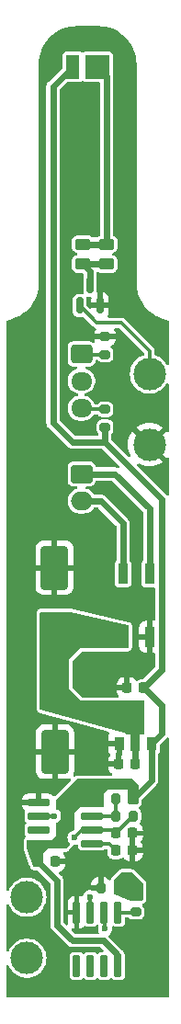
<source format=gtl>
G04 #@! TF.GenerationSoftware,KiCad,Pcbnew,7.0.10*
G04 #@! TF.CreationDate,2024-05-01T16:26:18+02:00*
G04 #@! TF.ProjectId,microscope,6d696372-6f73-4636-9f70-652e6b696361,rev?*
G04 #@! TF.SameCoordinates,Original*
G04 #@! TF.FileFunction,Copper,L1,Top*
G04 #@! TF.FilePolarity,Positive*
%FSLAX46Y46*%
G04 Gerber Fmt 4.6, Leading zero omitted, Abs format (unit mm)*
G04 Created by KiCad (PCBNEW 7.0.10) date 2024-05-01 16:26:18*
%MOMM*%
%LPD*%
G01*
G04 APERTURE LIST*
G04 Aperture macros list*
%AMRoundRect*
0 Rectangle with rounded corners*
0 $1 Rounding radius*
0 $2 $3 $4 $5 $6 $7 $8 $9 X,Y pos of 4 corners*
0 Add a 4 corners polygon primitive as box body*
4,1,4,$2,$3,$4,$5,$6,$7,$8,$9,$2,$3,0*
0 Add four circle primitives for the rounded corners*
1,1,$1+$1,$2,$3*
1,1,$1+$1,$4,$5*
1,1,$1+$1,$6,$7*
1,1,$1+$1,$8,$9*
0 Add four rect primitives between the rounded corners*
20,1,$1+$1,$2,$3,$4,$5,0*
20,1,$1+$1,$4,$5,$6,$7,0*
20,1,$1+$1,$6,$7,$8,$9,0*
20,1,$1+$1,$8,$9,$2,$3,0*%
%AMFreePoly0*
4,1,9,3.862500,-0.866500,0.737500,-0.866500,0.737500,-0.450000,-0.737500,-0.450000,-0.737500,0.450000,0.737500,0.450000,0.737500,0.866500,3.862500,0.866500,3.862500,-0.866500,3.862500,-0.866500,$1*%
G04 Aperture macros list end*
G04 #@! TA.AperFunction,SMDPad,CuDef*
%ADD10RoundRect,0.250000X-0.450000X0.262500X-0.450000X-0.262500X0.450000X-0.262500X0.450000X0.262500X0*%
G04 #@! TD*
G04 #@! TA.AperFunction,SMDPad,CuDef*
%ADD11RoundRect,0.150000X0.150000X-0.587500X0.150000X0.587500X-0.150000X0.587500X-0.150000X-0.587500X0*%
G04 #@! TD*
G04 #@! TA.AperFunction,SMDPad,CuDef*
%ADD12R,2.200000X2.200000*%
G04 #@! TD*
G04 #@! TA.AperFunction,SMDPad,CuDef*
%ADD13R,1.250000X2.200000*%
G04 #@! TD*
G04 #@! TA.AperFunction,SMDPad,CuDef*
%ADD14RoundRect,0.225000X-0.225000X-0.250000X0.225000X-0.250000X0.225000X0.250000X-0.225000X0.250000X0*%
G04 #@! TD*
G04 #@! TA.AperFunction,SMDPad,CuDef*
%ADD15RoundRect,0.200000X-0.200000X-0.275000X0.200000X-0.275000X0.200000X0.275000X-0.200000X0.275000X0*%
G04 #@! TD*
G04 #@! TA.AperFunction,SMDPad,CuDef*
%ADD16R,0.900000X1.300000*%
G04 #@! TD*
G04 #@! TA.AperFunction,SMDPad,CuDef*
%ADD17FreePoly0,90.000000*%
G04 #@! TD*
G04 #@! TA.AperFunction,SMDPad,CuDef*
%ADD18RoundRect,0.225000X0.225000X0.250000X-0.225000X0.250000X-0.225000X-0.250000X0.225000X-0.250000X0*%
G04 #@! TD*
G04 #@! TA.AperFunction,SMDPad,CuDef*
%ADD19RoundRect,0.042000X-0.258000X0.943000X-0.258000X-0.943000X0.258000X-0.943000X0.258000X0.943000X0*%
G04 #@! TD*
G04 #@! TA.AperFunction,SMDPad,CuDef*
%ADD20RoundRect,0.250000X-1.000000X1.750000X-1.000000X-1.750000X1.000000X-1.750000X1.000000X1.750000X0*%
G04 #@! TD*
G04 #@! TA.AperFunction,SMDPad,CuDef*
%ADD21RoundRect,0.200000X0.275000X-0.200000X0.275000X0.200000X-0.275000X0.200000X-0.275000X-0.200000X0*%
G04 #@! TD*
G04 #@! TA.AperFunction,ComponentPad*
%ADD22RoundRect,0.250000X-0.750000X0.600000X-0.750000X-0.600000X0.750000X-0.600000X0.750000X0.600000X0*%
G04 #@! TD*
G04 #@! TA.AperFunction,ComponentPad*
%ADD23O,2.000000X1.700000*%
G04 #@! TD*
G04 #@! TA.AperFunction,SMDPad,CuDef*
%ADD24RoundRect,0.042000X-0.943000X-0.258000X0.943000X-0.258000X0.943000X0.258000X-0.943000X0.258000X0*%
G04 #@! TD*
G04 #@! TA.AperFunction,ComponentPad*
%ADD25RoundRect,0.250000X-0.725000X0.600000X-0.725000X-0.600000X0.725000X-0.600000X0.725000X0.600000X0*%
G04 #@! TD*
G04 #@! TA.AperFunction,ComponentPad*
%ADD26O,1.950000X1.700000*%
G04 #@! TD*
G04 #@! TA.AperFunction,SMDPad,CuDef*
%ADD27RoundRect,0.091000X0.364000X-0.864000X0.364000X0.864000X-0.364000X0.864000X-0.364000X-0.864000X0*%
G04 #@! TD*
G04 #@! TA.AperFunction,SMDPad,CuDef*
%ADD28RoundRect,0.200000X0.200000X0.275000X-0.200000X0.275000X-0.200000X-0.275000X0.200000X-0.275000X0*%
G04 #@! TD*
G04 #@! TA.AperFunction,ComponentPad*
%ADD29C,3.000000*%
G04 #@! TD*
G04 #@! TA.AperFunction,SMDPad,CuDef*
%ADD30RoundRect,0.200000X-0.275000X0.200000X-0.275000X-0.200000X0.275000X-0.200000X0.275000X0.200000X0*%
G04 #@! TD*
G04 #@! TA.AperFunction,SMDPad,CuDef*
%ADD31RoundRect,0.250000X1.000000X-1.750000X1.000000X1.750000X-1.000000X1.750000X-1.000000X-1.750000X0*%
G04 #@! TD*
G04 #@! TA.AperFunction,ViaPad*
%ADD32C,0.600000*%
G04 #@! TD*
G04 #@! TA.AperFunction,Conductor*
%ADD33C,0.600000*%
G04 #@! TD*
G04 #@! TA.AperFunction,Conductor*
%ADD34C,0.350000*%
G04 #@! TD*
G04 APERTURE END LIST*
D10*
X99550000Y-69337500D03*
X99550000Y-71162500D03*
X101750000Y-69337500D03*
X101750000Y-71162500D03*
D11*
X99250000Y-75000000D03*
X101150000Y-75000000D03*
X100200000Y-73125000D03*
D12*
X100900000Y-53000000D03*
D13*
X98625000Y-53000000D03*
D14*
X102600000Y-123600000D03*
X104150000Y-123600000D03*
D15*
X102575000Y-122000000D03*
X104225000Y-122000000D03*
D16*
X102900000Y-115350000D03*
D17*
X104400000Y-115262500D03*
D16*
X105900000Y-115350000D03*
D18*
X104150000Y-125200000D03*
X102600000Y-125200000D03*
D19*
X102805000Y-130885000D03*
X101535000Y-130885000D03*
X100265000Y-130885000D03*
X98995000Y-130885000D03*
X98995000Y-135825000D03*
X100265000Y-135825000D03*
X101535000Y-135825000D03*
X102805000Y-135825000D03*
D20*
X97000000Y-110000000D03*
X97000000Y-116100000D03*
D21*
X101600000Y-79500000D03*
X101600000Y-77850000D03*
D22*
X99450000Y-90500000D03*
D23*
X99450000Y-93000000D03*
D24*
X95460000Y-120760000D03*
X95460000Y-122030000D03*
X95460000Y-123300000D03*
X95460000Y-124570000D03*
X100400000Y-124570000D03*
X100400000Y-123300000D03*
X100400000Y-122030000D03*
X100400000Y-120760000D03*
D25*
X99425000Y-79450000D03*
D26*
X99425000Y-81950000D03*
X99425000Y-84450000D03*
D27*
X103250000Y-105500000D03*
X105700000Y-105500000D03*
X105700000Y-99700000D03*
X103250000Y-99700000D03*
D15*
X101225000Y-128630000D03*
X102875000Y-128630000D03*
D14*
X95425000Y-126200000D03*
X96975000Y-126200000D03*
D28*
X104225000Y-120400000D03*
X102575000Y-120400000D03*
D29*
X94400000Y-135100000D03*
D21*
X101600000Y-86200000D03*
X101600000Y-84550000D03*
D30*
X104450000Y-129205000D03*
X104450000Y-130855000D03*
D31*
X96950000Y-105250000D03*
X96950000Y-99150000D03*
D29*
X105700000Y-81300000D03*
X105700000Y-87800000D03*
D18*
X105175000Y-110200000D03*
X103625000Y-110200000D03*
X104375000Y-117200000D03*
X102825000Y-117200000D03*
D29*
X94400000Y-129500000D03*
D32*
X96250000Y-133250000D03*
X104500000Y-135000000D03*
X101500000Y-108500000D03*
X101500000Y-95750000D03*
X100000000Y-97000000D03*
X103500000Y-56500000D03*
X103500000Y-63250000D03*
X99500000Y-63250000D03*
X99500000Y-56500000D03*
X98800000Y-124000000D03*
X101600000Y-132400000D03*
X96900000Y-122000000D03*
X104100000Y-127850000D03*
X100200000Y-129500000D03*
D33*
X101750000Y-53850000D02*
X100900000Y-53000000D01*
X101750000Y-69337500D02*
X101750000Y-53850000D01*
X99550000Y-69337500D02*
X101750000Y-69337500D01*
X99550000Y-71162500D02*
X101750000Y-71162500D01*
X100200000Y-71812500D02*
X99550000Y-71162500D01*
X100200000Y-73125000D02*
X100200000Y-71812500D01*
D34*
X102575000Y-122000000D02*
X102575000Y-120400000D01*
X101970000Y-124570000D02*
X102600000Y-125200000D01*
X100400000Y-124570000D02*
X101970000Y-124570000D01*
D33*
X104375000Y-117200000D02*
X104375000Y-115287500D01*
X104375000Y-115287500D02*
X104400000Y-115262500D01*
D34*
X101800000Y-123300000D02*
X102300000Y-123300000D01*
X102625000Y-123600000D02*
X104225000Y-122000000D01*
X101600000Y-132400000D02*
X101600000Y-130950000D01*
X95460000Y-122030000D02*
X96870000Y-122030000D01*
X99500000Y-123300000D02*
X100400000Y-123300000D01*
X102600000Y-123600000D02*
X102625000Y-123600000D01*
X98800000Y-124000000D02*
X99500000Y-123300000D01*
X96870000Y-122030000D02*
X96900000Y-122000000D01*
X102300000Y-123300000D02*
X102600000Y-123600000D01*
X100400000Y-123300000D02*
X101800000Y-123300000D01*
X101600000Y-130950000D02*
X101535000Y-130885000D01*
D33*
X106800000Y-114450000D02*
X106800000Y-111825000D01*
X97200000Y-127975000D02*
X95425000Y-126200000D01*
X105900000Y-115350000D02*
X106800000Y-114450000D01*
X101600000Y-86200000D02*
X101600000Y-87600000D01*
X101464999Y-133500000D02*
X98600000Y-133500000D01*
X106800000Y-111825000D02*
X105175000Y-110200000D01*
X98600000Y-87600000D02*
X96800000Y-85800000D01*
X101600000Y-87600000D02*
X98600000Y-87600000D01*
X106800000Y-92800000D02*
X106800000Y-108575000D01*
X102805000Y-135825000D02*
X102805000Y-134840001D01*
X96800000Y-85800000D02*
X96800000Y-54825000D01*
X101600000Y-87600000D02*
X106800000Y-92800000D01*
X97200000Y-132100000D02*
X97200000Y-127975000D01*
X105900000Y-118725000D02*
X104225000Y-120400000D01*
X96800000Y-54825000D02*
X98625000Y-53000000D01*
X105900000Y-115350000D02*
X105900000Y-118725000D01*
X98600000Y-133500000D02*
X97200000Y-132100000D01*
X106800000Y-108575000D02*
X105175000Y-110200000D01*
X102805000Y-134840001D02*
X101464999Y-133500000D01*
X99450000Y-90500000D02*
X102500000Y-90500000D01*
X102500000Y-90500000D02*
X105700000Y-93700000D01*
X105700000Y-93700000D02*
X105700000Y-99700000D01*
X99450000Y-93000000D02*
X101200000Y-93000000D01*
X101200000Y-93000000D02*
X103250000Y-95050000D01*
X103250000Y-95050000D02*
X103250000Y-99700000D01*
D34*
X100850000Y-76600000D02*
X103121320Y-76600000D01*
X105700000Y-79178680D02*
X105700000Y-81300000D01*
X103121320Y-76600000D02*
X105700000Y-79178680D01*
X99250000Y-75000000D02*
X100850000Y-76600000D01*
X102545000Y-122030000D02*
X102575000Y-122000000D01*
X100400000Y-122030000D02*
X102545000Y-122030000D01*
X104420000Y-130885000D02*
X104450000Y-130855000D01*
X102805000Y-130885000D02*
X104420000Y-130885000D01*
X99475000Y-79900000D02*
X99425000Y-79950000D01*
X99475000Y-79500000D02*
X99425000Y-79450000D01*
X101600000Y-79500000D02*
X99475000Y-79500000D01*
X100200000Y-129500000D02*
X100200000Y-130820000D01*
X100200000Y-130820000D02*
X100265000Y-130885000D01*
X99525000Y-84550000D02*
X99425000Y-84450000D01*
X101600000Y-84550000D02*
X99525000Y-84550000D01*
G04 #@! TA.AperFunction,Conductor*
G36*
X104115677Y-127219685D02*
G01*
X104136319Y-127236319D01*
X105063681Y-128163681D01*
X105097166Y-128225004D01*
X105100000Y-128251362D01*
X105100000Y-129676000D01*
X105080315Y-129743039D01*
X105027511Y-129788794D01*
X104976000Y-129800000D01*
X104022486Y-129800000D01*
X103978947Y-129792105D01*
X102480461Y-129230172D01*
X102424601Y-129188201D01*
X102400300Y-129122694D01*
X102400000Y-129114067D01*
X102400000Y-128046592D01*
X102419685Y-127979553D01*
X102430680Y-127964937D01*
X103062948Y-127242345D01*
X103121908Y-127204855D01*
X103156268Y-127200000D01*
X104048638Y-127200000D01*
X104115677Y-127219685D01*
G37*
G04 #@! TD.AperFunction*
G04 #@! TA.AperFunction,Conductor*
G36*
X98413798Y-103203194D02*
G01*
X103703965Y-104427769D01*
X103764837Y-104462065D01*
X103797505Y-104523828D01*
X103800000Y-104548575D01*
X103800000Y-106426000D01*
X103780315Y-106493039D01*
X103727511Y-106538794D01*
X103676000Y-106550000D01*
X99349999Y-106550000D01*
X98300000Y-107599999D01*
X98300000Y-107600000D01*
X98300000Y-110350000D01*
X99350000Y-111400000D01*
X105076000Y-111400000D01*
X105143039Y-111419685D01*
X105188794Y-111472489D01*
X105200000Y-111524000D01*
X105200000Y-114276000D01*
X105180315Y-114343039D01*
X105127511Y-114388794D01*
X105076000Y-114400000D01*
X103616737Y-114400000D01*
X103583858Y-114395561D01*
X95691121Y-112225058D01*
X95631700Y-112188303D01*
X95601584Y-112125256D01*
X95600000Y-112105497D01*
X95600000Y-103324000D01*
X95619685Y-103256961D01*
X95672489Y-103211206D01*
X95724000Y-103200000D01*
X98385834Y-103200000D01*
X98413798Y-103203194D01*
G37*
G04 #@! TD.AperFunction*
G04 #@! TA.AperFunction,Conductor*
G36*
X104215677Y-118619685D02*
G01*
X104236319Y-118636319D01*
X104663681Y-119063681D01*
X104697166Y-119125004D01*
X104700000Y-119151362D01*
X104700000Y-120776000D01*
X104680315Y-120843039D01*
X104627511Y-120888794D01*
X104576000Y-120900000D01*
X103824000Y-120900000D01*
X103756961Y-120880315D01*
X103711206Y-120827511D01*
X103700000Y-120776000D01*
X103700000Y-119600000D01*
X101800000Y-119600000D01*
X101799999Y-119600000D01*
X101500000Y-119899999D01*
X101500000Y-121076000D01*
X101480315Y-121143039D01*
X101427511Y-121188794D01*
X101376000Y-121200000D01*
X99299999Y-121200000D01*
X98800000Y-121699999D01*
X98800000Y-123232883D01*
X98780315Y-123299922D01*
X98727511Y-123345677D01*
X98705675Y-123353280D01*
X98567633Y-123387304D01*
X98427762Y-123460715D01*
X98309516Y-123565471D01*
X98219781Y-123695475D01*
X98219780Y-123695476D01*
X98163762Y-123843181D01*
X98144722Y-123999999D01*
X98144722Y-124000000D01*
X98163762Y-124156818D01*
X98201742Y-124256961D01*
X98219780Y-124304523D01*
X98233224Y-124324000D01*
X98309516Y-124434529D01*
X98346635Y-124467413D01*
X98383762Y-124526603D01*
X98382994Y-124596468D01*
X98352089Y-124647910D01*
X98036319Y-124963681D01*
X97974996Y-124997166D01*
X97948638Y-125000000D01*
X96299999Y-125000000D01*
X95900000Y-125399999D01*
X95900000Y-126576000D01*
X95880315Y-126643039D01*
X95827511Y-126688794D01*
X95776000Y-126700000D01*
X95087732Y-126700000D01*
X95020693Y-126680315D01*
X94974938Y-126627511D01*
X94970801Y-126617270D01*
X94407069Y-125020028D01*
X94400000Y-124978758D01*
X94400000Y-124324000D01*
X94419685Y-124256961D01*
X94472489Y-124211206D01*
X94524000Y-124200000D01*
X96699998Y-124200000D01*
X96700000Y-124200000D01*
X97100000Y-123803090D01*
X97100000Y-122704642D01*
X97119685Y-122637603D01*
X97166372Y-122594847D01*
X97272240Y-122539283D01*
X97390483Y-122434530D01*
X97480220Y-122304523D01*
X97536237Y-122156818D01*
X97555278Y-122000000D01*
X97536237Y-121843182D01*
X97480220Y-121695477D01*
X97390483Y-121565470D01*
X97272240Y-121460717D01*
X97272237Y-121460714D01*
X97166374Y-121405153D01*
X97116161Y-121356568D01*
X97100000Y-121295357D01*
X97100000Y-120551362D01*
X97119685Y-120484323D01*
X97136319Y-120463681D01*
X98963681Y-118636319D01*
X99025004Y-118602834D01*
X99051362Y-118600000D01*
X104148638Y-118600000D01*
X104215677Y-118619685D01*
G37*
G04 #@! TD.AperFunction*
G04 #@! TA.AperFunction,Conductor*
G36*
X101003032Y-49250648D02*
G01*
X101336929Y-49267052D01*
X101349037Y-49268245D01*
X101452146Y-49283539D01*
X101676699Y-49316849D01*
X101688617Y-49319219D01*
X102009951Y-49399709D01*
X102021588Y-49403240D01*
X102092806Y-49428722D01*
X102333467Y-49514832D01*
X102344688Y-49519479D01*
X102644163Y-49661120D01*
X102654871Y-49666844D01*
X102938988Y-49837137D01*
X102949106Y-49843897D01*
X103215170Y-50041224D01*
X103224576Y-50048944D01*
X103470013Y-50271395D01*
X103478604Y-50279986D01*
X103665755Y-50486475D01*
X103701055Y-50525423D01*
X103708775Y-50534829D01*
X103906102Y-50800893D01*
X103912862Y-50811011D01*
X104041776Y-51026092D01*
X104083148Y-51095116D01*
X104088885Y-51105848D01*
X104230514Y-51405297D01*
X104235170Y-51416540D01*
X104346759Y-51728411D01*
X104350292Y-51740055D01*
X104430777Y-52061369D01*
X104433151Y-52073305D01*
X104481754Y-52400962D01*
X104482947Y-52413071D01*
X104499351Y-52746966D01*
X104499500Y-52753051D01*
X104499500Y-72915460D01*
X104499510Y-72915746D01*
X104499542Y-73053847D01*
X104499542Y-73053848D01*
X104535795Y-73408699D01*
X104605887Y-73748153D01*
X104607924Y-73758016D01*
X104643004Y-73869274D01*
X104712708Y-74090350D01*
X104715184Y-74098200D01*
X104854249Y-74420589D01*
X104856463Y-74425720D01*
X104856469Y-74425733D01*
X105030293Y-74737179D01*
X105030296Y-74737183D01*
X105030298Y-74737187D01*
X105234888Y-75029373D01*
X105451123Y-75279589D01*
X105468118Y-75299254D01*
X105727558Y-75544024D01*
X105727564Y-75544029D01*
X106010540Y-75761164D01*
X106010552Y-75761173D01*
X106314125Y-75948420D01*
X106314151Y-75948434D01*
X106635169Y-76103850D01*
X106635176Y-76103853D01*
X106635183Y-76103856D01*
X106708584Y-76130591D01*
X106764567Y-76150982D01*
X106765396Y-76151318D01*
X106769129Y-76152676D01*
X106769130Y-76152677D01*
X107418409Y-76388978D01*
X107474673Y-76430402D01*
X107499610Y-76495670D01*
X107500000Y-76505500D01*
X107500000Y-80353917D01*
X107480315Y-80420956D01*
X107427511Y-80466711D01*
X107358353Y-80476655D01*
X107294797Y-80447630D01*
X107268613Y-80415917D01*
X107264814Y-80409338D01*
X107191815Y-80282898D01*
X107023561Y-80071915D01*
X107023560Y-80071914D01*
X107023557Y-80071910D01*
X106825741Y-79888365D01*
X106602775Y-79736349D01*
X106602769Y-79736346D01*
X106602768Y-79736345D01*
X106602767Y-79736344D01*
X106359643Y-79619263D01*
X106359645Y-79619263D01*
X106311529Y-79604421D01*
X106262949Y-79589436D01*
X106204691Y-79550866D01*
X106176533Y-79486922D01*
X106175500Y-79470946D01*
X106175500Y-79243137D01*
X106178334Y-79216778D01*
X106179167Y-79212949D01*
X106179166Y-79212948D01*
X106175815Y-79166103D01*
X106175500Y-79157256D01*
X106175500Y-79144670D01*
X106175500Y-79144669D01*
X106173706Y-79132194D01*
X106172762Y-79123415D01*
X106169411Y-79076565D01*
X106168044Y-79072901D01*
X106161487Y-79047210D01*
X106160931Y-79043338D01*
X106141419Y-79000614D01*
X106138042Y-78992463D01*
X106121629Y-78948454D01*
X106119278Y-78945314D01*
X106105756Y-78922524D01*
X106104130Y-78918962D01*
X106073379Y-78883473D01*
X106067825Y-78876580D01*
X106060286Y-78866509D01*
X106060284Y-78866506D01*
X106060279Y-78866500D01*
X106051372Y-78857593D01*
X106045354Y-78851130D01*
X106014589Y-78815625D01*
X106011291Y-78813505D01*
X105990651Y-78796872D01*
X103503128Y-76309349D01*
X103486492Y-76288704D01*
X103484378Y-76285415D01*
X103484377Y-76285414D01*
X103484376Y-76285413D01*
X103484375Y-76285411D01*
X103448868Y-76254645D01*
X103442417Y-76248638D01*
X103433500Y-76239721D01*
X103423412Y-76232169D01*
X103416531Y-76226625D01*
X103381038Y-76195870D01*
X103377472Y-76194241D01*
X103354682Y-76180718D01*
X103351547Y-76178371D01*
X103307543Y-76161959D01*
X103299388Y-76158581D01*
X103256662Y-76139069D01*
X103256661Y-76139068D01*
X103256657Y-76139067D01*
X103252775Y-76138509D01*
X103227111Y-76131959D01*
X103223442Y-76130591D01*
X103223437Y-76130590D01*
X103223435Y-76130589D01*
X103215080Y-76129991D01*
X103176593Y-76127237D01*
X103167814Y-76126293D01*
X103155339Y-76124501D01*
X103155336Y-76124500D01*
X103155331Y-76124500D01*
X103155325Y-76124500D01*
X103142743Y-76124500D01*
X103133895Y-76124184D01*
X103087051Y-76120833D01*
X103087048Y-76120833D01*
X103085161Y-76121243D01*
X103083218Y-76121666D01*
X103056862Y-76124500D01*
X101954977Y-76124500D01*
X101887938Y-76104815D01*
X101842183Y-76052011D01*
X101832239Y-75982853D01*
X101848245Y-75937379D01*
X101901282Y-75847696D01*
X101901283Y-75847693D01*
X101947099Y-75689995D01*
X101947100Y-75689989D01*
X101949999Y-75653149D01*
X101950000Y-75653134D01*
X101950000Y-75250000D01*
X100349999Y-75250000D01*
X100348909Y-75251090D01*
X100287585Y-75284575D01*
X100217894Y-75279589D01*
X100173548Y-75251089D01*
X99886819Y-74964360D01*
X99853334Y-74903037D01*
X99850500Y-74876679D01*
X99850500Y-74358230D01*
X99847646Y-74327801D01*
X99846845Y-74325511D01*
X99846753Y-74323710D01*
X99846036Y-74320427D01*
X99846579Y-74320308D01*
X99843284Y-74255732D01*
X99878013Y-74195105D01*
X99940007Y-74162878D01*
X99975464Y-74161099D01*
X99995734Y-74163000D01*
X100231051Y-74163000D01*
X100298090Y-74182685D01*
X100343845Y-74235489D01*
X100353789Y-74304647D01*
X100353033Y-74309280D01*
X100352899Y-74310008D01*
X100350000Y-74346850D01*
X100350000Y-74750000D01*
X100900000Y-74750000D01*
X100900000Y-73765203D01*
X101400000Y-73765203D01*
X101400000Y-74750000D01*
X101950000Y-74750000D01*
X101950000Y-74346865D01*
X101949999Y-74346850D01*
X101947100Y-74310010D01*
X101947099Y-74310004D01*
X101901283Y-74152306D01*
X101901282Y-74152303D01*
X101817685Y-74010947D01*
X101817678Y-74010938D01*
X101701561Y-73894821D01*
X101701552Y-73894814D01*
X101560196Y-73811217D01*
X101560193Y-73811216D01*
X101402494Y-73765400D01*
X101402497Y-73765400D01*
X101400000Y-73765203D01*
X100900000Y-73765203D01*
X100886144Y-73752400D01*
X100865890Y-73748153D01*
X100816116Y-73699119D01*
X100800500Y-73638878D01*
X100800500Y-71986755D01*
X100820185Y-71919716D01*
X100872989Y-71873961D01*
X100942147Y-71864017D01*
X100999426Y-71887952D01*
X101027656Y-71909360D01*
X101027657Y-71909360D01*
X101027658Y-71909361D01*
X101168436Y-71964877D01*
X101256898Y-71975500D01*
X101256903Y-71975500D01*
X102243097Y-71975500D01*
X102243102Y-71975500D01*
X102331564Y-71964877D01*
X102472342Y-71909361D01*
X102592922Y-71817922D01*
X102684361Y-71697342D01*
X102739877Y-71556564D01*
X102750500Y-71468102D01*
X102750500Y-70856898D01*
X102739877Y-70768436D01*
X102684361Y-70627658D01*
X102684360Y-70627657D01*
X102684360Y-70627656D01*
X102592922Y-70507077D01*
X102472343Y-70415639D01*
X102434339Y-70400652D01*
X102344826Y-70365353D01*
X102289685Y-70322449D01*
X102266492Y-70256541D01*
X102282612Y-70188557D01*
X102332929Y-70140080D01*
X102344814Y-70134651D01*
X102472342Y-70084361D01*
X102592922Y-69992922D01*
X102684361Y-69872342D01*
X102739877Y-69731564D01*
X102750500Y-69643102D01*
X102750500Y-69031898D01*
X102739877Y-68943436D01*
X102684361Y-68802658D01*
X102684360Y-68802657D01*
X102684360Y-68802656D01*
X102592922Y-68682077D01*
X102472341Y-68590638D01*
X102472339Y-68590637D01*
X102429010Y-68573550D01*
X102373866Y-68530644D01*
X102350673Y-68464736D01*
X102350500Y-68458196D01*
X102350500Y-53897494D01*
X102351561Y-53881308D01*
X102355683Y-53850000D01*
X102355683Y-53849999D01*
X102353281Y-53831761D01*
X102335044Y-53693238D01*
X102309938Y-53632627D01*
X102300499Y-53585174D01*
X102300499Y-51855143D01*
X102300499Y-51855136D01*
X102300497Y-51855117D01*
X102297586Y-51830012D01*
X102297585Y-51830010D01*
X102297585Y-51830009D01*
X102252206Y-51727235D01*
X102172765Y-51647794D01*
X102172763Y-51647793D01*
X102069992Y-51602415D01*
X102044865Y-51599500D01*
X99755143Y-51599500D01*
X99755117Y-51599502D01*
X99730012Y-51602413D01*
X99730008Y-51602415D01*
X99627235Y-51647793D01*
X99627234Y-51647794D01*
X99612681Y-51662348D01*
X99551358Y-51695833D01*
X99481666Y-51690849D01*
X99437319Y-51662348D01*
X99422765Y-51647794D01*
X99319992Y-51602415D01*
X99294865Y-51599500D01*
X97955143Y-51599500D01*
X97955117Y-51599502D01*
X97930012Y-51602413D01*
X97930008Y-51602415D01*
X97827235Y-51647793D01*
X97747794Y-51727234D01*
X97702415Y-51830006D01*
X97702415Y-51830008D01*
X97699500Y-51855131D01*
X97699500Y-53024902D01*
X97679815Y-53091941D01*
X97663181Y-53112583D01*
X96408965Y-54366798D01*
X96396774Y-54377490D01*
X96371718Y-54396717D01*
X96347549Y-54428213D01*
X96347550Y-54428214D01*
X96275464Y-54522158D01*
X96275461Y-54522163D01*
X96214957Y-54668234D01*
X96214955Y-54668239D01*
X96194318Y-54824998D01*
X96194318Y-54824999D01*
X96198439Y-54856301D01*
X96199500Y-54872487D01*
X96199500Y-85752512D01*
X96198439Y-85768697D01*
X96194318Y-85799998D01*
X96194318Y-85800000D01*
X96199500Y-85839360D01*
X96199500Y-85839361D01*
X96214955Y-85956760D01*
X96214956Y-85956762D01*
X96275464Y-86102841D01*
X96365273Y-86219883D01*
X96371719Y-86228283D01*
X96396769Y-86247504D01*
X96408964Y-86258199D01*
X98141799Y-87991034D01*
X98152493Y-88003228D01*
X98171715Y-88028279D01*
X98171716Y-88028280D01*
X98171718Y-88028282D01*
X98297159Y-88124536D01*
X98443238Y-88185044D01*
X98521619Y-88195363D01*
X98599999Y-88205682D01*
X98600000Y-88205682D01*
X98631302Y-88201560D01*
X98647487Y-88200500D01*
X101299903Y-88200500D01*
X101366942Y-88220185D01*
X101387584Y-88236819D01*
X102914096Y-89763331D01*
X102947581Y-89824654D01*
X102942597Y-89894346D01*
X102900725Y-89950279D01*
X102835261Y-89974696D01*
X102778962Y-89965573D01*
X102656762Y-89914956D01*
X102656760Y-89914955D01*
X102539361Y-89899500D01*
X102500000Y-89894318D01*
X102468697Y-89898439D01*
X102452513Y-89899500D01*
X100865616Y-89899500D01*
X100798577Y-89879815D01*
X100752822Y-89827011D01*
X100742500Y-89790282D01*
X100739877Y-89768438D01*
X100739877Y-89768436D01*
X100684361Y-89627658D01*
X100684360Y-89627657D01*
X100684360Y-89627656D01*
X100592922Y-89507077D01*
X100472343Y-89415639D01*
X100331561Y-89360122D01*
X100285926Y-89354642D01*
X100243102Y-89349500D01*
X98656898Y-89349500D01*
X98617853Y-89354188D01*
X98568438Y-89360122D01*
X98427656Y-89415639D01*
X98307077Y-89507077D01*
X98215639Y-89627656D01*
X98160122Y-89768438D01*
X98155719Y-89805109D01*
X98149500Y-89856898D01*
X98149500Y-91143102D01*
X98155126Y-91189954D01*
X98160122Y-91231561D01*
X98215639Y-91372343D01*
X98307077Y-91492922D01*
X98427656Y-91584360D01*
X98427657Y-91584360D01*
X98427658Y-91584361D01*
X98568436Y-91639877D01*
X98656898Y-91650500D01*
X98656903Y-91650500D01*
X98949998Y-91650500D01*
X99017037Y-91670185D01*
X99062792Y-91722989D01*
X99072736Y-91792147D01*
X99043711Y-91855703D01*
X98984933Y-91893477D01*
X98983933Y-91893766D01*
X98882607Y-91922596D01*
X98882605Y-91922596D01*
X98691746Y-92017632D01*
X98521593Y-92146127D01*
X98377947Y-92303699D01*
X98265702Y-92484980D01*
X98265701Y-92484982D01*
X98222395Y-92596769D01*
X98188679Y-92683802D01*
X98149500Y-92893390D01*
X98149500Y-93106610D01*
X98188679Y-93316198D01*
X98265702Y-93515019D01*
X98377948Y-93696302D01*
X98521593Y-93853872D01*
X98691746Y-93982367D01*
X98882606Y-94077403D01*
X98882608Y-94077403D01*
X98882611Y-94077405D01*
X99087690Y-94135756D01*
X99246806Y-94150500D01*
X99246810Y-94150500D01*
X99653190Y-94150500D01*
X99653194Y-94150500D01*
X99812310Y-94135756D01*
X100017389Y-94077405D01*
X100017393Y-94077403D01*
X100017394Y-94077403D01*
X100208253Y-93982367D01*
X100208253Y-93982366D01*
X100208255Y-93982366D01*
X100378407Y-93853872D01*
X100522052Y-93696302D01*
X100545011Y-93659222D01*
X100597039Y-93612587D01*
X100650438Y-93600500D01*
X100899903Y-93600500D01*
X100966942Y-93620185D01*
X100987584Y-93636819D01*
X102613181Y-95262416D01*
X102646666Y-95323739D01*
X102649500Y-95350097D01*
X102649500Y-98467473D01*
X102629815Y-98534512D01*
X102613181Y-98555154D01*
X102565326Y-98603008D01*
X102565323Y-98603013D01*
X102509018Y-98713514D01*
X102494500Y-98805183D01*
X102494500Y-100594809D01*
X102505049Y-100661418D01*
X102509020Y-100686488D01*
X102565322Y-100796986D01*
X102565324Y-100796988D01*
X102565326Y-100796991D01*
X102653008Y-100884673D01*
X102653010Y-100884674D01*
X102653014Y-100884678D01*
X102763512Y-100940980D01*
X102763513Y-100940980D01*
X102763515Y-100940981D01*
X102763514Y-100940981D01*
X102855183Y-100955499D01*
X102855189Y-100955500D01*
X103644810Y-100955499D01*
X103736488Y-100940980D01*
X103846986Y-100884678D01*
X103934678Y-100796986D01*
X103990980Y-100686488D01*
X103990980Y-100686486D01*
X103990981Y-100686485D01*
X104005499Y-100594816D01*
X104005500Y-100594811D01*
X104005499Y-98805190D01*
X103990980Y-98713512D01*
X103934678Y-98603014D01*
X103934674Y-98603010D01*
X103934673Y-98603008D01*
X103886819Y-98555154D01*
X103853334Y-98493831D01*
X103850500Y-98467473D01*
X103850500Y-95097487D01*
X103851561Y-95081301D01*
X103855682Y-95049999D01*
X103855682Y-95049998D01*
X103835044Y-94893239D01*
X103835042Y-94893234D01*
X103774538Y-94747163D01*
X103774535Y-94747158D01*
X103702451Y-94653216D01*
X103702450Y-94653215D01*
X103688761Y-94635375D01*
X103678281Y-94621716D01*
X103653229Y-94602494D01*
X103641034Y-94591799D01*
X101658199Y-92608964D01*
X101647504Y-92596769D01*
X101628283Y-92571719D01*
X101628282Y-92571718D01*
X101502841Y-92475464D01*
X101387224Y-92427574D01*
X101356762Y-92414956D01*
X101356760Y-92414955D01*
X101200001Y-92394318D01*
X101200000Y-92394318D01*
X101168697Y-92398439D01*
X101152513Y-92399500D01*
X100650438Y-92399500D01*
X100583399Y-92379815D01*
X100545011Y-92340778D01*
X100542687Y-92337026D01*
X100522052Y-92303698D01*
X100378407Y-92146128D01*
X100378406Y-92146127D01*
X100208253Y-92017632D01*
X100017393Y-91922596D01*
X99916067Y-91893766D01*
X99856974Y-91856486D01*
X99827417Y-91793177D01*
X99836779Y-91723937D01*
X99882089Y-91670751D01*
X99948961Y-91650504D01*
X99950002Y-91650500D01*
X100243097Y-91650500D01*
X100243102Y-91650500D01*
X100331564Y-91639877D01*
X100472342Y-91584361D01*
X100592922Y-91492922D01*
X100684361Y-91372342D01*
X100739877Y-91231564D01*
X100742500Y-91209716D01*
X100770036Y-91145503D01*
X100827918Y-91106369D01*
X100865616Y-91100500D01*
X102199903Y-91100500D01*
X102266942Y-91120185D01*
X102287584Y-91136819D01*
X105063181Y-93912416D01*
X105096666Y-93973739D01*
X105099500Y-94000097D01*
X105099500Y-98467473D01*
X105079815Y-98534512D01*
X105063181Y-98555154D01*
X105015326Y-98603008D01*
X105015323Y-98603013D01*
X104959018Y-98713514D01*
X104944500Y-98805183D01*
X104944500Y-100594809D01*
X104955049Y-100661418D01*
X104959020Y-100686488D01*
X105015322Y-100796986D01*
X105015324Y-100796988D01*
X105015326Y-100796991D01*
X105103008Y-100884673D01*
X105103010Y-100884674D01*
X105103014Y-100884678D01*
X105213512Y-100940980D01*
X105213513Y-100940980D01*
X105213515Y-100940981D01*
X105213514Y-100940981D01*
X105305183Y-100955499D01*
X105305189Y-100955500D01*
X106075500Y-100955499D01*
X106142539Y-100975183D01*
X106188294Y-101027987D01*
X106199500Y-101079499D01*
X106199500Y-103921000D01*
X106179815Y-103988039D01*
X106127011Y-104033794D01*
X106075500Y-104045000D01*
X105950000Y-104045000D01*
X105950000Y-106955000D01*
X106075500Y-106955000D01*
X106142539Y-106974685D01*
X106188294Y-107027489D01*
X106199500Y-107079000D01*
X106199500Y-108274903D01*
X106179815Y-108341942D01*
X106163181Y-108362584D01*
X105137584Y-109388181D01*
X105076261Y-109421666D01*
X105049903Y-109424500D01*
X104908856Y-109424500D01*
X104870841Y-109429065D01*
X104824411Y-109434640D01*
X104690023Y-109487636D01*
X104612545Y-109546390D01*
X104547233Y-109571213D01*
X104478869Y-109556785D01*
X104432082Y-109512684D01*
X104422573Y-109497268D01*
X104302732Y-109377427D01*
X104302728Y-109377424D01*
X104158492Y-109288457D01*
X104158481Y-109288452D01*
X103997606Y-109235144D01*
X103898322Y-109225000D01*
X103875000Y-109225000D01*
X103875000Y-110326000D01*
X103855315Y-110393039D01*
X103802511Y-110438794D01*
X103751000Y-110450000D01*
X102675001Y-110450000D01*
X102675001Y-110498322D01*
X102685144Y-110597607D01*
X102738452Y-110758481D01*
X102738457Y-110758492D01*
X102829074Y-110905403D01*
X102847515Y-110972795D01*
X102826593Y-111039459D01*
X102772951Y-111084228D01*
X102723536Y-111094500D01*
X99527904Y-111094500D01*
X99460865Y-111074815D01*
X99440223Y-111058181D01*
X98641819Y-110259777D01*
X98608334Y-110198454D01*
X98605500Y-110172096D01*
X98605500Y-109950000D01*
X102675000Y-109950000D01*
X103375000Y-109950000D01*
X103375000Y-109224999D01*
X103351693Y-109225000D01*
X103351674Y-109225001D01*
X103252392Y-109235144D01*
X103091518Y-109288452D01*
X103091507Y-109288457D01*
X102947271Y-109377424D01*
X102947267Y-109377427D01*
X102827427Y-109497267D01*
X102827424Y-109497271D01*
X102738457Y-109641507D01*
X102738452Y-109641518D01*
X102685144Y-109802393D01*
X102675000Y-109901677D01*
X102675000Y-109950000D01*
X98605500Y-109950000D01*
X98605500Y-107777903D01*
X98625185Y-107710864D01*
X98641819Y-107690222D01*
X99440222Y-106891819D01*
X99501545Y-106858334D01*
X99527903Y-106855500D01*
X103675990Y-106855500D01*
X103676000Y-106855500D01*
X103740941Y-106848518D01*
X103792452Y-106837312D01*
X103830658Y-106826354D01*
X103927571Y-106769675D01*
X103980375Y-106723920D01*
X103980382Y-106723912D01*
X103980387Y-106723908D01*
X104022548Y-106679192D01*
X104022553Y-106679187D01*
X104073439Y-106579111D01*
X104093124Y-106512072D01*
X104105500Y-106426000D01*
X104105500Y-105750000D01*
X104745000Y-105750000D01*
X104745000Y-106402745D01*
X104760212Y-106518281D01*
X104760213Y-106518285D01*
X104819760Y-106662047D01*
X104914494Y-106785505D01*
X105037952Y-106880239D01*
X105181714Y-106939786D01*
X105181718Y-106939787D01*
X105297254Y-106954999D01*
X105297269Y-106955000D01*
X105450000Y-106955000D01*
X105450000Y-105750000D01*
X104745000Y-105750000D01*
X104105500Y-105750000D01*
X104105500Y-105250000D01*
X104745000Y-105250000D01*
X105450000Y-105250000D01*
X105450000Y-104045000D01*
X105297254Y-104045000D01*
X105181718Y-104060212D01*
X105181714Y-104060213D01*
X105037952Y-104119760D01*
X104914494Y-104214494D01*
X104819760Y-104337952D01*
X104760213Y-104481714D01*
X104760212Y-104481718D01*
X104745000Y-104597254D01*
X104745000Y-105250000D01*
X104105500Y-105250000D01*
X104105500Y-104548575D01*
X104105500Y-104548565D01*
X104105499Y-104548560D01*
X104103960Y-104517954D01*
X104103959Y-104517930D01*
X104101464Y-104493183D01*
X104100919Y-104488190D01*
X104067557Y-104380991D01*
X104034889Y-104319228D01*
X104000819Y-104268047D01*
X104000817Y-104268044D01*
X103914796Y-104195902D01*
X103914790Y-104195898D01*
X103853921Y-104161604D01*
X103772865Y-104130140D01*
X103772861Y-104130139D01*
X98482699Y-102905565D01*
X98482695Y-102905564D01*
X98474897Y-102904220D01*
X98448466Y-102899667D01*
X98448455Y-102899665D01*
X98448451Y-102899665D01*
X98420527Y-102896475D01*
X98420512Y-102896474D01*
X98420502Y-102896473D01*
X98385834Y-102894500D01*
X95724000Y-102894500D01*
X95723991Y-102894500D01*
X95723990Y-102894501D01*
X95659064Y-102901481D01*
X95659052Y-102901483D01*
X95607546Y-102912688D01*
X95569345Y-102923644D01*
X95569341Y-102923646D01*
X95472431Y-102980323D01*
X95472428Y-102980325D01*
X95419623Y-103026081D01*
X95419612Y-103026091D01*
X95377451Y-103070807D01*
X95377445Y-103070816D01*
X95326560Y-103170890D01*
X95306877Y-103237921D01*
X95294500Y-103324002D01*
X95294500Y-112105494D01*
X95295477Y-112129916D01*
X95297060Y-112149667D01*
X95297061Y-112149672D01*
X95325917Y-112256928D01*
X95325922Y-112256943D01*
X95356032Y-112319977D01*
X95387985Y-112372514D01*
X95470989Y-112448115D01*
X95530409Y-112484870D01*
X95530411Y-112484871D01*
X95530413Y-112484872D01*
X95583548Y-112508039D01*
X95610118Y-112519624D01*
X99777462Y-113665643D01*
X101942510Y-114261031D01*
X102001931Y-114297786D01*
X102032047Y-114360833D01*
X102023296Y-114430152D01*
X102008902Y-114454898D01*
X102006647Y-114457909D01*
X102006645Y-114457913D01*
X101956403Y-114592620D01*
X101956401Y-114592627D01*
X101950000Y-114652155D01*
X101950000Y-115100000D01*
X103026000Y-115100000D01*
X103093039Y-115119685D01*
X103138794Y-115172489D01*
X103150000Y-115224000D01*
X103150000Y-116419000D01*
X103130315Y-116486039D01*
X103109078Y-116504440D01*
X103111319Y-116506681D01*
X103075000Y-116543000D01*
X103075000Y-117326000D01*
X103055315Y-117393039D01*
X103002511Y-117438794D01*
X102951000Y-117450000D01*
X101875001Y-117450000D01*
X101875001Y-117498322D01*
X101885144Y-117597607D01*
X101938452Y-117758481D01*
X101938457Y-117758492D01*
X102027424Y-117902728D01*
X102027427Y-117902732D01*
X102147267Y-118022572D01*
X102147271Y-118022575D01*
X102215990Y-118064962D01*
X102262715Y-118116910D01*
X102273936Y-118185872D01*
X102246093Y-118249954D01*
X102188024Y-118288810D01*
X102150893Y-118294500D01*
X99051361Y-118294500D01*
X99018718Y-118296250D01*
X99018709Y-118296250D01*
X99018703Y-118296251D01*
X99018698Y-118296251D01*
X99018665Y-118296254D01*
X98992374Y-118299081D01*
X98985339Y-118299920D01*
X98985337Y-118299920D01*
X98878598Y-118334700D01*
X98878590Y-118334704D01*
X98842220Y-118354563D01*
X98773947Y-118369413D01*
X98708483Y-118344994D01*
X98666613Y-118289060D01*
X98661630Y-118219368D01*
X98677260Y-118180628D01*
X98684355Y-118169125D01*
X98684358Y-118169119D01*
X98739505Y-118002697D01*
X98739506Y-118002690D01*
X98749999Y-117899986D01*
X98750000Y-117899973D01*
X98750000Y-116950000D01*
X101875000Y-116950000D01*
X102575000Y-116950000D01*
X102575000Y-116306000D01*
X102594685Y-116238961D01*
X102615921Y-116220559D01*
X102613681Y-116218319D01*
X102650000Y-116182000D01*
X102650000Y-115600000D01*
X101950000Y-115600000D01*
X101950000Y-116047844D01*
X101956401Y-116107372D01*
X101956403Y-116107379D01*
X102006645Y-116242086D01*
X102006647Y-116242089D01*
X102060397Y-116313890D01*
X102084814Y-116379354D01*
X102069962Y-116447627D01*
X102048815Y-116475879D01*
X102027425Y-116497270D01*
X102027424Y-116497271D01*
X101938457Y-116641507D01*
X101938452Y-116641518D01*
X101885144Y-116802393D01*
X101875000Y-116901677D01*
X101875000Y-116950000D01*
X98750000Y-116950000D01*
X98750000Y-116350000D01*
X97250000Y-116350000D01*
X97250000Y-118599999D01*
X98049972Y-118599999D01*
X98049986Y-118599998D01*
X98152695Y-118589506D01*
X98292806Y-118543077D01*
X98362635Y-118540675D01*
X98422677Y-118576406D01*
X98453870Y-118638927D01*
X98446310Y-118708386D01*
X98419492Y-118748464D01*
X97003819Y-120164138D01*
X96942496Y-120197623D01*
X96872804Y-120192639D01*
X96817333Y-120151381D01*
X96789854Y-120115144D01*
X96671139Y-120025119D01*
X96532531Y-119970459D01*
X96445434Y-119960000D01*
X95710000Y-119960000D01*
X95710000Y-120886000D01*
X95690315Y-120953039D01*
X95637511Y-120998794D01*
X95586000Y-121010000D01*
X93975000Y-121010000D01*
X93975000Y-121060434D01*
X93985459Y-121147530D01*
X93985459Y-121147531D01*
X94040119Y-121286139D01*
X94130144Y-121404854D01*
X94183470Y-121445292D01*
X94224994Y-121501485D01*
X94229546Y-121571206D01*
X94220928Y-121596502D01*
X94181067Y-121681982D01*
X94181065Y-121681989D01*
X94174500Y-121731861D01*
X94174500Y-122328130D01*
X94174501Y-122328136D01*
X94181066Y-122378013D01*
X94181066Y-122378014D01*
X94181067Y-122378016D01*
X94232112Y-122487481D01*
X94321950Y-122577319D01*
X94355435Y-122638642D01*
X94350451Y-122708334D01*
X94321950Y-122752681D01*
X94232113Y-122842517D01*
X94181066Y-122951985D01*
X94181065Y-122951989D01*
X94174500Y-123001861D01*
X94174500Y-123598130D01*
X94174501Y-123598136D01*
X94181066Y-123648013D01*
X94181066Y-123648014D01*
X94181067Y-123648016D01*
X94232112Y-123757481D01*
X94276043Y-123801412D01*
X94309528Y-123862735D01*
X94304544Y-123932427D01*
X94269566Y-123982805D01*
X94219625Y-124026080D01*
X94219612Y-124026091D01*
X94177451Y-124070807D01*
X94177445Y-124070816D01*
X94126560Y-124170890D01*
X94106877Y-124237921D01*
X94094500Y-124324002D01*
X94094500Y-124978759D01*
X94098884Y-125030327D01*
X94098887Y-125030348D01*
X94105951Y-125071590D01*
X94105957Y-125071617D01*
X94116691Y-125112887D01*
X94118985Y-125121704D01*
X94580847Y-126430315D01*
X94682725Y-126718968D01*
X94687544Y-126731708D01*
X94691674Y-126741933D01*
X94691676Y-126741937D01*
X94691677Y-126741938D01*
X94744057Y-126827571D01*
X94789812Y-126880375D01*
X94789813Y-126880376D01*
X94789823Y-126880387D01*
X94834539Y-126922548D01*
X94834541Y-126922549D01*
X94834545Y-126922553D01*
X94934621Y-126973439D01*
X95001660Y-126993124D01*
X95087732Y-127005500D01*
X95329903Y-127005500D01*
X95396942Y-127025185D01*
X95417584Y-127041819D01*
X96563181Y-128187416D01*
X96596666Y-128248739D01*
X96599500Y-128275097D01*
X96599500Y-132052512D01*
X96598439Y-132068697D01*
X96594318Y-132099998D01*
X96594318Y-132100000D01*
X96599500Y-132139360D01*
X96599500Y-132139361D01*
X96614955Y-132256760D01*
X96614956Y-132256762D01*
X96658351Y-132361528D01*
X96675464Y-132402841D01*
X96758458Y-132511001D01*
X96771719Y-132528283D01*
X96796769Y-132547504D01*
X96808964Y-132558199D01*
X98141799Y-133891034D01*
X98152493Y-133903228D01*
X98171715Y-133928279D01*
X98171716Y-133928280D01*
X98171718Y-133928282D01*
X98297159Y-134024536D01*
X98443238Y-134085044D01*
X98521619Y-134095363D01*
X98599999Y-134105682D01*
X98600000Y-134105682D01*
X98631302Y-134101560D01*
X98647487Y-134100500D01*
X101164902Y-134100500D01*
X101231941Y-134120185D01*
X101252583Y-134136819D01*
X101443583Y-134327819D01*
X101477068Y-134389142D01*
X101472084Y-134458834D01*
X101430212Y-134514767D01*
X101364748Y-134539184D01*
X101355903Y-134539500D01*
X101236869Y-134539500D01*
X101215952Y-134542253D01*
X101186987Y-134546066D01*
X101186985Y-134546066D01*
X101186983Y-134546067D01*
X101077518Y-134597112D01*
X100987681Y-134686950D01*
X100926358Y-134720435D01*
X100856666Y-134715451D01*
X100812319Y-134686950D01*
X100722482Y-134597113D01*
X100722481Y-134597112D01*
X100659630Y-134567804D01*
X100613014Y-134546066D01*
X100613010Y-134546065D01*
X100563138Y-134539500D01*
X99966869Y-134539500D01*
X99945952Y-134542253D01*
X99916987Y-134546066D01*
X99916985Y-134546066D01*
X99916983Y-134546067D01*
X99807518Y-134597112D01*
X99717681Y-134686950D01*
X99656358Y-134720435D01*
X99586666Y-134715451D01*
X99542319Y-134686950D01*
X99452482Y-134597113D01*
X99452481Y-134597112D01*
X99389630Y-134567804D01*
X99343014Y-134546066D01*
X99343010Y-134546065D01*
X99293138Y-134539500D01*
X98696869Y-134539500D01*
X98675952Y-134542253D01*
X98646987Y-134546066D01*
X98646985Y-134546066D01*
X98646983Y-134546067D01*
X98537518Y-134597112D01*
X98452113Y-134682517D01*
X98401066Y-134791985D01*
X98401065Y-134791989D01*
X98394500Y-134841861D01*
X98394500Y-136808130D01*
X98394501Y-136808136D01*
X98401066Y-136858013D01*
X98401066Y-136858014D01*
X98401067Y-136858016D01*
X98420878Y-136900500D01*
X98452112Y-136967481D01*
X98537519Y-137052888D01*
X98646987Y-137103934D01*
X98696863Y-137110500D01*
X99293136Y-137110499D01*
X99343013Y-137103934D01*
X99452481Y-137052888D01*
X99537888Y-136967481D01*
X99537888Y-136967480D01*
X99542319Y-136963050D01*
X99603642Y-136929565D01*
X99673334Y-136934549D01*
X99717681Y-136963050D01*
X99722112Y-136967481D01*
X99807519Y-137052888D01*
X99916987Y-137103934D01*
X99966863Y-137110500D01*
X100563136Y-137110499D01*
X100613013Y-137103934D01*
X100722481Y-137052888D01*
X100807888Y-136967481D01*
X100807888Y-136967480D01*
X100812319Y-136963050D01*
X100873642Y-136929565D01*
X100943334Y-136934549D01*
X100987681Y-136963050D01*
X100992112Y-136967481D01*
X101077519Y-137052888D01*
X101186987Y-137103934D01*
X101236863Y-137110500D01*
X101833136Y-137110499D01*
X101883013Y-137103934D01*
X101992481Y-137052888D01*
X102077888Y-136967481D01*
X102077888Y-136967480D01*
X102082319Y-136963050D01*
X102143642Y-136929565D01*
X102213334Y-136934549D01*
X102257681Y-136963050D01*
X102262112Y-136967481D01*
X102347519Y-137052888D01*
X102456987Y-137103934D01*
X102506863Y-137110500D01*
X103103136Y-137110499D01*
X103153013Y-137103934D01*
X103262481Y-137052888D01*
X103347888Y-136967481D01*
X103398934Y-136858013D01*
X103405500Y-136808137D01*
X103405500Y-135864361D01*
X103405500Y-134887495D01*
X103406561Y-134871309D01*
X103410683Y-134840001D01*
X103410683Y-134840000D01*
X103404362Y-134791989D01*
X103390044Y-134683239D01*
X103342229Y-134567804D01*
X103329538Y-134537164D01*
X103329535Y-134537159D01*
X103257451Y-134443217D01*
X103257450Y-134443216D01*
X103235846Y-134415060D01*
X103233281Y-134411717D01*
X103208229Y-134392495D01*
X103196034Y-134381800D01*
X101947962Y-133133728D01*
X101914477Y-133072405D01*
X101919461Y-133002713D01*
X101961333Y-132946780D01*
X101966185Y-132943718D01*
X101966066Y-132943545D01*
X101972235Y-132939286D01*
X101972236Y-132939285D01*
X101972240Y-132939283D01*
X102090483Y-132834530D01*
X102180220Y-132704523D01*
X102236237Y-132556818D01*
X102255278Y-132400000D01*
X102239709Y-132271779D01*
X102251169Y-132202858D01*
X102298073Y-132151072D01*
X102365529Y-132132865D01*
X102415209Y-132144452D01*
X102456987Y-132163934D01*
X102506863Y-132170500D01*
X103103136Y-132170499D01*
X103153013Y-132163934D01*
X103262481Y-132112888D01*
X103347888Y-132027481D01*
X103398934Y-131918013D01*
X103403858Y-131880606D01*
X103405500Y-131868138D01*
X103405500Y-131484500D01*
X103425185Y-131417461D01*
X103477989Y-131371706D01*
X103529500Y-131360500D01*
X103716423Y-131360500D01*
X103783462Y-131380185D01*
X103815692Y-131410192D01*
X103817452Y-131412544D01*
X103817453Y-131412545D01*
X103817454Y-131412546D01*
X103817457Y-131412548D01*
X103932664Y-131498793D01*
X103932671Y-131498797D01*
X103977618Y-131515561D01*
X104067517Y-131549091D01*
X104127127Y-131555500D01*
X104772872Y-131555499D01*
X104832483Y-131549091D01*
X104967331Y-131498796D01*
X105082546Y-131412546D01*
X105168796Y-131297331D01*
X105219091Y-131162483D01*
X105225500Y-131102873D01*
X105225499Y-130607128D01*
X105219091Y-130547517D01*
X105168796Y-130412669D01*
X105168795Y-130412668D01*
X105168793Y-130412664D01*
X105082547Y-130297455D01*
X105082205Y-130297199D01*
X105081949Y-130296857D01*
X105076275Y-130291183D01*
X105077091Y-130290366D01*
X105040336Y-130241264D01*
X105035355Y-130171572D01*
X105068842Y-130110250D01*
X105122337Y-130078740D01*
X105130658Y-130076354D01*
X105227571Y-130019675D01*
X105280375Y-129973920D01*
X105280382Y-129973912D01*
X105280387Y-129973908D01*
X105322548Y-129929192D01*
X105322553Y-129929187D01*
X105373439Y-129829111D01*
X105393124Y-129762072D01*
X105405500Y-129676000D01*
X105405500Y-128251362D01*
X105403749Y-128218703D01*
X105400915Y-128192345D01*
X105400080Y-128185340D01*
X105365297Y-128078593D01*
X105365295Y-128078588D01*
X105331810Y-128017266D01*
X105279710Y-127947670D01*
X105279705Y-127947665D01*
X105279702Y-127947660D01*
X105279698Y-127947656D01*
X105279692Y-127947649D01*
X104352353Y-127020311D01*
X104352340Y-127020298D01*
X104328008Y-126998442D01*
X104307366Y-126981808D01*
X104307363Y-126981806D01*
X104307325Y-126981775D01*
X104301827Y-126977448D01*
X104301825Y-126977447D01*
X104201747Y-126926560D01*
X104134716Y-126906877D01*
X104134710Y-126906876D01*
X104048638Y-126894500D01*
X103156268Y-126894500D01*
X103113526Y-126897505D01*
X103113524Y-126897505D01*
X103113513Y-126897506D01*
X103079188Y-126902356D01*
X103062183Y-126905250D01*
X103062182Y-126905250D01*
X102957989Y-126947055D01*
X102957978Y-126947061D01*
X102899033Y-126984541D01*
X102899026Y-126984546D01*
X102833042Y-127041166D01*
X102833039Y-127041169D01*
X102833036Y-127041172D01*
X102200768Y-127763764D01*
X102200761Y-127763771D01*
X102200758Y-127763776D01*
X102186540Y-127781289D01*
X102175549Y-127795900D01*
X102145750Y-127855256D01*
X102098079Y-127906337D01*
X102030359Y-127923536D01*
X101964091Y-127901392D01*
X101947251Y-127887301D01*
X101859877Y-127799927D01*
X101714395Y-127711980D01*
X101714396Y-127711980D01*
X101552105Y-127661409D01*
X101552106Y-127661409D01*
X101481572Y-127655000D01*
X101475000Y-127655000D01*
X101475000Y-128756000D01*
X101455315Y-128823039D01*
X101402511Y-128868794D01*
X101351000Y-128880000D01*
X100417788Y-128880000D01*
X100388114Y-128876397D01*
X100278986Y-128849500D01*
X100278985Y-128849500D01*
X100121015Y-128849500D01*
X100121014Y-128849500D01*
X99967634Y-128887303D01*
X99827762Y-128960715D01*
X99709516Y-129065471D01*
X99619781Y-129195474D01*
X99562541Y-129346403D01*
X99520363Y-129402105D01*
X99454765Y-129426162D01*
X99401109Y-129417786D01*
X99382531Y-129410459D01*
X99295434Y-129400000D01*
X99245000Y-129400000D01*
X99245000Y-132370000D01*
X99295434Y-132370000D01*
X99382530Y-132359540D01*
X99382531Y-132359540D01*
X99521139Y-132304880D01*
X99639854Y-132214856D01*
X99680292Y-132161529D01*
X99736484Y-132120005D01*
X99806205Y-132115452D01*
X99831495Y-132124068D01*
X99916987Y-132163934D01*
X99966863Y-132170500D01*
X100563136Y-132170499D01*
X100613013Y-132163934D01*
X100722481Y-132112888D01*
X100782320Y-132053048D01*
X100843639Y-132019566D01*
X100913331Y-132024550D01*
X100969265Y-132066421D01*
X100993682Y-132131885D01*
X100985941Y-132184702D01*
X100963762Y-132243183D01*
X100944722Y-132399999D01*
X100944722Y-132400000D01*
X100963762Y-132556818D01*
X101019780Y-132704523D01*
X101020148Y-132705056D01*
X101020297Y-132705507D01*
X101023267Y-132711167D01*
X101022326Y-132711660D01*
X101042034Y-132771409D01*
X101024571Y-132839062D01*
X100973306Y-132886534D01*
X100918101Y-132899500D01*
X98900097Y-132899500D01*
X98833058Y-132879815D01*
X98812416Y-132863181D01*
X98521559Y-132572324D01*
X98488074Y-132511001D01*
X98493058Y-132441309D01*
X98534930Y-132385376D01*
X98600394Y-132360959D01*
X98624026Y-132361528D01*
X98694566Y-132370000D01*
X98745000Y-132370000D01*
X98745000Y-131135000D01*
X98195000Y-131135000D01*
X98195000Y-131870435D01*
X98203471Y-131940974D01*
X98191921Y-132009882D01*
X98144949Y-132061607D01*
X98077469Y-132079725D01*
X98010906Y-132058486D01*
X97992675Y-132043440D01*
X97836819Y-131887584D01*
X97803334Y-131826261D01*
X97800500Y-131799903D01*
X97800500Y-130635000D01*
X98195000Y-130635000D01*
X98745000Y-130635000D01*
X98745000Y-129400000D01*
X98694566Y-129400000D01*
X98607469Y-129410459D01*
X98607468Y-129410459D01*
X98468860Y-129465119D01*
X98350144Y-129555144D01*
X98260119Y-129673860D01*
X98205459Y-129812468D01*
X98205459Y-129812469D01*
X98195000Y-129899565D01*
X98195000Y-130635000D01*
X97800500Y-130635000D01*
X97800500Y-128380000D01*
X100325000Y-128380000D01*
X100975000Y-128380000D01*
X100975000Y-127655000D01*
X100974999Y-127654999D01*
X100968436Y-127655000D01*
X100968417Y-127655001D01*
X100897897Y-127661408D01*
X100897892Y-127661409D01*
X100735603Y-127711981D01*
X100590122Y-127799927D01*
X100469927Y-127920122D01*
X100381980Y-128065604D01*
X100331409Y-128227893D01*
X100325000Y-128298427D01*
X100325000Y-128380000D01*
X97800500Y-128380000D01*
X97800500Y-128022487D01*
X97801561Y-128006301D01*
X97805682Y-127974999D01*
X97805682Y-127974998D01*
X97785044Y-127818239D01*
X97785042Y-127818234D01*
X97724538Y-127672163D01*
X97724535Y-127672158D01*
X97711368Y-127654999D01*
X97652450Y-127578215D01*
X97638761Y-127560375D01*
X97628281Y-127546716D01*
X97603229Y-127527494D01*
X97591034Y-127516799D01*
X97408252Y-127334017D01*
X97374767Y-127272694D01*
X97379751Y-127203002D01*
X97421623Y-127147069D01*
X97456929Y-127128630D01*
X97508481Y-127111547D01*
X97508492Y-127111542D01*
X97652728Y-127022575D01*
X97652732Y-127022572D01*
X97772572Y-126902732D01*
X97772575Y-126902728D01*
X97861542Y-126758492D01*
X97861547Y-126758481D01*
X97914855Y-126597606D01*
X97924999Y-126498322D01*
X97925000Y-126498309D01*
X97925000Y-126450000D01*
X96849000Y-126450000D01*
X96781961Y-126430315D01*
X96736206Y-126377511D01*
X96725000Y-126326000D01*
X96725000Y-126074000D01*
X96744685Y-126006961D01*
X96797489Y-125961206D01*
X96849000Y-125950000D01*
X97924999Y-125950000D01*
X97924999Y-125901692D01*
X97924998Y-125901677D01*
X97914855Y-125802392D01*
X97861547Y-125641518D01*
X97861542Y-125641507D01*
X97770926Y-125494597D01*
X97752485Y-125427205D01*
X97773407Y-125360541D01*
X97827049Y-125315772D01*
X97876464Y-125305500D01*
X97948639Y-125305500D01*
X97950559Y-125305397D01*
X97981297Y-125303749D01*
X98007655Y-125300915D01*
X98014660Y-125300080D01*
X98121407Y-125265297D01*
X98182730Y-125231812D01*
X98252340Y-125179702D01*
X98568110Y-124863931D01*
X98613964Y-124805237D01*
X98644869Y-124753795D01*
X98661963Y-124719360D01*
X98709404Y-124668068D01*
X98773029Y-124650500D01*
X98878985Y-124650500D01*
X98960827Y-124630328D01*
X99030627Y-124633397D01*
X99087689Y-124673717D01*
X99113895Y-124738486D01*
X99114500Y-124750724D01*
X99114500Y-124868130D01*
X99114501Y-124868136D01*
X99121066Y-124918013D01*
X99172112Y-125027481D01*
X99257519Y-125112888D01*
X99366987Y-125163934D01*
X99416863Y-125170500D01*
X101383136Y-125170499D01*
X101433013Y-125163934D01*
X101542481Y-125112888D01*
X101573550Y-125081819D01*
X101634873Y-125048334D01*
X101661231Y-125045500D01*
X101721679Y-125045500D01*
X101788718Y-125065185D01*
X101809360Y-125081819D01*
X101813181Y-125085640D01*
X101846666Y-125146963D01*
X101849500Y-125173321D01*
X101849500Y-125491144D01*
X101853751Y-125526541D01*
X101859640Y-125575588D01*
X101912636Y-125709976D01*
X101999921Y-125825078D01*
X102115023Y-125912363D01*
X102115024Y-125912363D01*
X102115025Y-125912364D01*
X102249410Y-125965359D01*
X102333856Y-125975500D01*
X102333862Y-125975500D01*
X102866138Y-125975500D01*
X102866144Y-125975500D01*
X102950590Y-125965359D01*
X103084975Y-125912364D01*
X103162457Y-125853607D01*
X103227763Y-125828785D01*
X103296127Y-125843212D01*
X103342917Y-125887314D01*
X103352426Y-125902731D01*
X103472267Y-126022572D01*
X103472271Y-126022575D01*
X103616507Y-126111542D01*
X103616518Y-126111547D01*
X103777393Y-126164855D01*
X103876683Y-126174999D01*
X103900000Y-126174998D01*
X103900000Y-125450000D01*
X104400000Y-125450000D01*
X104400000Y-126174999D01*
X104423308Y-126174999D01*
X104423322Y-126174998D01*
X104522607Y-126164855D01*
X104683481Y-126111547D01*
X104683492Y-126111542D01*
X104827728Y-126022575D01*
X104827732Y-126022572D01*
X104947572Y-125902732D01*
X104947575Y-125902728D01*
X105036542Y-125758492D01*
X105036547Y-125758481D01*
X105089855Y-125597606D01*
X105099999Y-125498322D01*
X105100000Y-125498309D01*
X105100000Y-125450000D01*
X104400000Y-125450000D01*
X103900000Y-125450000D01*
X103900000Y-123850000D01*
X104400000Y-123850000D01*
X104400000Y-124950000D01*
X105099999Y-124950000D01*
X105099999Y-124901692D01*
X105099998Y-124901677D01*
X105089855Y-124802392D01*
X105036547Y-124641518D01*
X105036542Y-124641507D01*
X104947575Y-124497271D01*
X104947572Y-124497267D01*
X104937986Y-124487681D01*
X104904501Y-124426358D01*
X104909485Y-124356666D01*
X104937986Y-124312319D01*
X104947572Y-124302732D01*
X104947575Y-124302728D01*
X105036542Y-124158492D01*
X105036547Y-124158481D01*
X105089855Y-123997606D01*
X105099999Y-123898322D01*
X105100000Y-123898309D01*
X105100000Y-123850000D01*
X104400000Y-123850000D01*
X103900000Y-123850000D01*
X103900000Y-123474000D01*
X103919685Y-123406961D01*
X103972489Y-123361206D01*
X104024000Y-123350000D01*
X105099999Y-123350000D01*
X105099999Y-123301692D01*
X105099998Y-123301677D01*
X105089855Y-123202392D01*
X105036547Y-123041518D01*
X105036542Y-123041507D01*
X104947575Y-122897271D01*
X104947572Y-122897267D01*
X104827729Y-122777424D01*
X104825942Y-122776011D01*
X104825034Y-122774729D01*
X104822625Y-122772320D01*
X104823036Y-122771908D01*
X104785566Y-122718988D01*
X104782429Y-122649189D01*
X104803587Y-122604438D01*
X104868796Y-122517331D01*
X104919091Y-122382483D01*
X104925500Y-122322873D01*
X104925499Y-121677128D01*
X104919091Y-121617517D01*
X104895587Y-121554500D01*
X104868797Y-121482671D01*
X104868793Y-121482664D01*
X104782547Y-121367455D01*
X104782545Y-121367453D01*
X104766052Y-121355106D01*
X104724182Y-121299171D01*
X104719200Y-121229480D01*
X104752686Y-121168157D01*
X104777759Y-121148806D01*
X104827571Y-121119675D01*
X104880375Y-121073920D01*
X104880382Y-121073912D01*
X104880387Y-121073908D01*
X104919386Y-121032546D01*
X104922553Y-121029187D01*
X104973439Y-120929111D01*
X104993124Y-120862072D01*
X105005500Y-120776000D01*
X105005500Y-120520096D01*
X105025185Y-120453057D01*
X105041814Y-120432420D01*
X106291044Y-119183189D01*
X106303222Y-119172510D01*
X106328282Y-119153282D01*
X106424536Y-119027841D01*
X106485044Y-118881762D01*
X106500500Y-118764361D01*
X106505682Y-118725000D01*
X106501561Y-118693697D01*
X106500500Y-118677512D01*
X106500500Y-116325833D01*
X106520185Y-116258794D01*
X106536819Y-116238152D01*
X106569019Y-116205952D01*
X106602206Y-116172765D01*
X106647585Y-116069991D01*
X106650500Y-116044865D01*
X106650499Y-115500095D01*
X106670183Y-115433057D01*
X106686813Y-115412420D01*
X107191043Y-114908190D01*
X107203223Y-114897509D01*
X107228282Y-114878282D01*
X107277624Y-114813977D01*
X107334051Y-114772775D01*
X107403797Y-114768620D01*
X107464718Y-114802832D01*
X107497471Y-114864549D01*
X107500000Y-114889464D01*
X107500000Y-138625500D01*
X107480315Y-138692539D01*
X107427511Y-138738294D01*
X107376000Y-138749500D01*
X92624000Y-138749500D01*
X92556961Y-138729815D01*
X92511206Y-138677011D01*
X92500000Y-138625500D01*
X92500000Y-135842507D01*
X92519685Y-135775468D01*
X92572489Y-135729713D01*
X92641647Y-135719769D01*
X92705203Y-135748794D01*
X92739428Y-135797204D01*
X92765786Y-135864364D01*
X92773257Y-135883398D01*
X92908185Y-136117102D01*
X93044080Y-136287509D01*
X93076442Y-136328089D01*
X93263183Y-136501358D01*
X93274259Y-136511635D01*
X93497226Y-136663651D01*
X93740359Y-136780738D01*
X93998228Y-136860280D01*
X93998229Y-136860280D01*
X93998232Y-136860281D01*
X94265063Y-136900499D01*
X94265068Y-136900499D01*
X94265071Y-136900500D01*
X94265072Y-136900500D01*
X94534928Y-136900500D01*
X94534929Y-136900500D01*
X94534936Y-136900499D01*
X94801767Y-136860281D01*
X94801768Y-136860280D01*
X94801772Y-136860280D01*
X95059641Y-136780738D01*
X95302775Y-136663651D01*
X95525741Y-136511635D01*
X95723561Y-136328085D01*
X95891815Y-136117102D01*
X96026743Y-135883398D01*
X96125334Y-135632195D01*
X96185383Y-135369103D01*
X96205549Y-135100000D01*
X96185383Y-134830897D01*
X96125334Y-134567805D01*
X96026743Y-134316602D01*
X95891815Y-134082898D01*
X95723561Y-133871915D01*
X95723560Y-133871914D01*
X95723557Y-133871910D01*
X95525741Y-133688365D01*
X95302775Y-133536349D01*
X95302769Y-133536346D01*
X95302768Y-133536345D01*
X95302767Y-133536344D01*
X95059643Y-133419263D01*
X95059645Y-133419263D01*
X94801773Y-133339720D01*
X94801767Y-133339718D01*
X94534936Y-133299500D01*
X94534929Y-133299500D01*
X94265071Y-133299500D01*
X94265063Y-133299500D01*
X93998232Y-133339718D01*
X93998226Y-133339720D01*
X93740358Y-133419262D01*
X93497230Y-133536346D01*
X93274258Y-133688365D01*
X93076442Y-133871910D01*
X92908185Y-134082898D01*
X92773258Y-134316599D01*
X92773256Y-134316603D01*
X92739428Y-134402795D01*
X92696612Y-134458008D01*
X92630741Y-134481309D01*
X92562731Y-134465298D01*
X92514173Y-134415060D01*
X92500000Y-134357492D01*
X92500000Y-130242507D01*
X92519685Y-130175468D01*
X92572489Y-130129713D01*
X92641647Y-130119769D01*
X92705203Y-130148794D01*
X92739428Y-130197204D01*
X92773256Y-130283396D01*
X92773258Y-130283400D01*
X92777280Y-130290366D01*
X92908185Y-130517102D01*
X93002206Y-130635000D01*
X93076442Y-130728089D01*
X93263183Y-130901358D01*
X93274259Y-130911635D01*
X93497226Y-131063651D01*
X93740359Y-131180738D01*
X93998228Y-131260280D01*
X93998229Y-131260280D01*
X93998232Y-131260281D01*
X94265063Y-131300499D01*
X94265068Y-131300499D01*
X94265071Y-131300500D01*
X94265072Y-131300500D01*
X94534928Y-131300500D01*
X94534929Y-131300500D01*
X94534936Y-131300499D01*
X94801767Y-131260281D01*
X94801768Y-131260280D01*
X94801772Y-131260280D01*
X95059641Y-131180738D01*
X95302775Y-131063651D01*
X95525741Y-130911635D01*
X95723561Y-130728085D01*
X95891815Y-130517102D01*
X96026743Y-130283398D01*
X96125334Y-130032195D01*
X96185383Y-129769103D01*
X96201417Y-129555144D01*
X96205549Y-129500004D01*
X96205549Y-129499995D01*
X96185383Y-129230898D01*
X96184938Y-129228949D01*
X96125334Y-128967805D01*
X96026743Y-128716602D01*
X95891815Y-128482898D01*
X95723561Y-128271915D01*
X95723560Y-128271914D01*
X95723557Y-128271910D01*
X95525741Y-128088365D01*
X95464471Y-128046592D01*
X95302775Y-127936349D01*
X95302769Y-127936346D01*
X95302768Y-127936345D01*
X95302767Y-127936344D01*
X95059643Y-127819263D01*
X95059645Y-127819263D01*
X94801773Y-127739720D01*
X94801767Y-127739718D01*
X94534936Y-127699500D01*
X94534929Y-127699500D01*
X94265071Y-127699500D01*
X94265063Y-127699500D01*
X93998232Y-127739718D01*
X93998226Y-127739720D01*
X93740358Y-127819262D01*
X93497230Y-127936346D01*
X93274258Y-128088365D01*
X93076442Y-128271910D01*
X92908185Y-128482898D01*
X92773258Y-128716599D01*
X92773256Y-128716603D01*
X92739428Y-128802795D01*
X92696612Y-128858008D01*
X92630741Y-128881309D01*
X92562731Y-128865298D01*
X92514173Y-128815060D01*
X92500000Y-128757492D01*
X92500000Y-120510000D01*
X93975000Y-120510000D01*
X95210000Y-120510000D01*
X95210000Y-119960000D01*
X94474566Y-119960000D01*
X94387469Y-119970459D01*
X94387468Y-119970459D01*
X94248860Y-120025119D01*
X94130144Y-120115144D01*
X94040119Y-120233860D01*
X93985459Y-120372468D01*
X93985459Y-120372469D01*
X93975000Y-120459565D01*
X93975000Y-120510000D01*
X92500000Y-120510000D01*
X92500000Y-116350000D01*
X95250001Y-116350000D01*
X95250001Y-117899986D01*
X95260494Y-118002697D01*
X95315641Y-118169119D01*
X95315643Y-118169124D01*
X95407684Y-118318345D01*
X95531654Y-118442315D01*
X95680875Y-118534356D01*
X95680880Y-118534358D01*
X95847302Y-118589505D01*
X95847309Y-118589506D01*
X95950019Y-118599999D01*
X96749999Y-118599999D01*
X96750000Y-118599998D01*
X96750000Y-116350000D01*
X95250001Y-116350000D01*
X92500000Y-116350000D01*
X92500000Y-115850000D01*
X95250000Y-115850000D01*
X96750000Y-115850000D01*
X96750000Y-113600000D01*
X97250000Y-113600000D01*
X97250000Y-115850000D01*
X98749999Y-115850000D01*
X98749999Y-114300028D01*
X98749998Y-114300013D01*
X98739505Y-114197302D01*
X98684358Y-114030880D01*
X98684356Y-114030875D01*
X98592315Y-113881654D01*
X98468345Y-113757684D01*
X98319124Y-113665643D01*
X98319119Y-113665641D01*
X98152697Y-113610494D01*
X98152690Y-113610493D01*
X98049986Y-113600000D01*
X97250000Y-113600000D01*
X96750000Y-113600000D01*
X95950028Y-113600000D01*
X95950012Y-113600001D01*
X95847302Y-113610494D01*
X95680880Y-113665641D01*
X95680875Y-113665643D01*
X95531654Y-113757684D01*
X95407684Y-113881654D01*
X95315643Y-114030875D01*
X95315641Y-114030880D01*
X95260494Y-114197302D01*
X95260493Y-114197309D01*
X95250000Y-114300013D01*
X95250000Y-115850000D01*
X92500000Y-115850000D01*
X92500000Y-99400000D01*
X95200001Y-99400000D01*
X95200001Y-100949986D01*
X95210494Y-101052697D01*
X95265641Y-101219119D01*
X95265643Y-101219124D01*
X95357684Y-101368345D01*
X95481654Y-101492315D01*
X95630875Y-101584356D01*
X95630880Y-101584358D01*
X95797302Y-101639505D01*
X95797309Y-101639506D01*
X95900019Y-101649999D01*
X96699999Y-101649999D01*
X96700000Y-101649998D01*
X96700000Y-99400000D01*
X97200000Y-99400000D01*
X97200000Y-101649999D01*
X97999972Y-101649999D01*
X97999986Y-101649998D01*
X98102697Y-101639505D01*
X98269119Y-101584358D01*
X98269124Y-101584356D01*
X98418345Y-101492315D01*
X98542315Y-101368345D01*
X98634356Y-101219124D01*
X98634358Y-101219119D01*
X98689505Y-101052697D01*
X98689506Y-101052690D01*
X98699999Y-100949986D01*
X98700000Y-100949973D01*
X98700000Y-99400000D01*
X97200000Y-99400000D01*
X96700000Y-99400000D01*
X95200001Y-99400000D01*
X92500000Y-99400000D01*
X92500000Y-98900000D01*
X95200000Y-98900000D01*
X96700000Y-98900000D01*
X96700000Y-96650000D01*
X97200000Y-96650000D01*
X97200000Y-98900000D01*
X98699999Y-98900000D01*
X98699999Y-97350028D01*
X98699998Y-97350013D01*
X98689505Y-97247302D01*
X98634358Y-97080880D01*
X98634356Y-97080875D01*
X98542315Y-96931654D01*
X98418345Y-96807684D01*
X98269124Y-96715643D01*
X98269119Y-96715641D01*
X98102697Y-96660494D01*
X98102690Y-96660493D01*
X97999986Y-96650000D01*
X97200000Y-96650000D01*
X96700000Y-96650000D01*
X95900028Y-96650000D01*
X95900012Y-96650001D01*
X95797302Y-96660494D01*
X95630880Y-96715641D01*
X95630875Y-96715643D01*
X95481654Y-96807684D01*
X95357684Y-96931654D01*
X95265643Y-97080875D01*
X95265641Y-97080880D01*
X95210494Y-97247302D01*
X95210493Y-97247309D01*
X95200000Y-97350013D01*
X95200000Y-98900000D01*
X92500000Y-98900000D01*
X92500000Y-76505500D01*
X92519685Y-76438461D01*
X92572489Y-76392706D01*
X92581578Y-76388982D01*
X93230870Y-76152677D01*
X93230871Y-76152676D01*
X93234697Y-76151284D01*
X93235469Y-76150969D01*
X93364818Y-76103857D01*
X93614757Y-75982853D01*
X93685849Y-75948435D01*
X93685853Y-75948432D01*
X93685865Y-75948427D01*
X93685877Y-75948420D01*
X93888256Y-75823589D01*
X93989452Y-75761171D01*
X94272436Y-75544030D01*
X94272440Y-75544025D01*
X94272443Y-75544024D01*
X94381707Y-75440938D01*
X94531885Y-75299253D01*
X94765112Y-75029374D01*
X94969703Y-74737188D01*
X95143538Y-74425722D01*
X95284817Y-74098200D01*
X95392077Y-73758016D01*
X95464206Y-73408692D01*
X95500459Y-73053846D01*
X95500489Y-72916235D01*
X95500500Y-72916000D01*
X95500500Y-52753051D01*
X95500649Y-52746967D01*
X95517052Y-52413072D01*
X95518245Y-52400962D01*
X95566849Y-52073296D01*
X95569218Y-52061385D01*
X95649710Y-51740043D01*
X95653240Y-51728411D01*
X95698323Y-51602413D01*
X95764835Y-51416525D01*
X95769476Y-51405318D01*
X95911124Y-51105828D01*
X95916840Y-51095136D01*
X96087145Y-50810998D01*
X96093888Y-50800905D01*
X96291232Y-50534818D01*
X96298935Y-50525433D01*
X96521405Y-50279975D01*
X96529975Y-50271405D01*
X96775433Y-50048935D01*
X96784818Y-50041232D01*
X97050905Y-49843888D01*
X97060998Y-49837145D01*
X97345136Y-49666840D01*
X97355828Y-49661124D01*
X97655318Y-49519476D01*
X97666525Y-49514835D01*
X97978412Y-49403239D01*
X97990043Y-49399710D01*
X98311385Y-49319218D01*
X98323296Y-49316849D01*
X98650962Y-49268244D01*
X98663068Y-49267052D01*
X98996967Y-49250648D01*
X99003051Y-49250500D01*
X99065892Y-49250500D01*
X100934108Y-49250500D01*
X100996949Y-49250500D01*
X101003032Y-49250648D01*
G37*
G04 #@! TD.AperFunction*
G04 #@! TA.AperFunction,Conductor*
G36*
X107280115Y-89026562D02*
G01*
X107283048Y-89026352D01*
X107332667Y-88989209D01*
X107402359Y-88984225D01*
X107463682Y-89017710D01*
X107497166Y-89079033D01*
X107500000Y-89105391D01*
X107500000Y-92360535D01*
X107480315Y-92427574D01*
X107427511Y-92473329D01*
X107358353Y-92483273D01*
X107294797Y-92454248D01*
X107277625Y-92436022D01*
X107228282Y-92371718D01*
X107228281Y-92371717D01*
X107203228Y-92352493D01*
X107191034Y-92341799D01*
X104609180Y-89759945D01*
X104575695Y-89698622D01*
X104580679Y-89628930D01*
X104622551Y-89572997D01*
X104688015Y-89548580D01*
X104756288Y-89563432D01*
X104867042Y-89623908D01*
X104867041Y-89623908D01*
X105135104Y-89723890D01*
X105414637Y-89784699D01*
X105699999Y-89805109D01*
X105700001Y-89805109D01*
X105985362Y-89784699D01*
X106264895Y-89723890D01*
X106532958Y-89623908D01*
X106784047Y-89486803D01*
X106926561Y-89380116D01*
X106926562Y-89380115D01*
X106208125Y-88661678D01*
X106274214Y-88624996D01*
X106428531Y-88492520D01*
X106553021Y-88331692D01*
X106563625Y-88310072D01*
X107280115Y-89026562D01*
G37*
G04 #@! TD.AperFunction*
G04 #@! TA.AperFunction,Conductor*
G36*
X99568334Y-54309151D02*
G01*
X99612681Y-54337652D01*
X99627235Y-54352206D01*
X99730009Y-54397585D01*
X99755135Y-54400500D01*
X101025500Y-54400499D01*
X101092539Y-54420184D01*
X101138294Y-54472987D01*
X101149500Y-54524499D01*
X101149500Y-68458196D01*
X101129815Y-68525235D01*
X101077011Y-68570990D01*
X101070990Y-68573550D01*
X101027660Y-68590637D01*
X101027658Y-68590638D01*
X100907077Y-68682077D01*
X100902641Y-68687928D01*
X100846447Y-68729450D01*
X100803839Y-68737000D01*
X100496161Y-68737000D01*
X100429122Y-68717315D01*
X100397359Y-68687928D01*
X100392922Y-68682077D01*
X100272343Y-68590639D01*
X100131561Y-68535122D01*
X100085926Y-68529642D01*
X100043102Y-68524500D01*
X99056898Y-68524500D01*
X99017853Y-68529188D01*
X98968438Y-68535122D01*
X98827656Y-68590639D01*
X98707077Y-68682077D01*
X98615639Y-68802656D01*
X98560122Y-68943438D01*
X98554188Y-68992853D01*
X98549500Y-69031898D01*
X98549500Y-69643102D01*
X98555126Y-69689954D01*
X98560122Y-69731561D01*
X98615639Y-69872343D01*
X98707077Y-69992922D01*
X98827656Y-70084360D01*
X98827657Y-70084360D01*
X98827658Y-70084361D01*
X98955171Y-70134646D01*
X99010314Y-70177551D01*
X99033507Y-70243459D01*
X99017386Y-70311444D01*
X98967070Y-70359920D01*
X98955178Y-70365351D01*
X98903663Y-70385665D01*
X98827656Y-70415639D01*
X98707077Y-70507077D01*
X98615639Y-70627656D01*
X98560122Y-70768438D01*
X98554188Y-70817853D01*
X98549500Y-70856898D01*
X98549500Y-71468102D01*
X98555126Y-71514954D01*
X98560122Y-71556561D01*
X98615639Y-71697343D01*
X98707077Y-71817922D01*
X98827656Y-71909360D01*
X98827657Y-71909360D01*
X98827658Y-71909361D01*
X98968436Y-71964877D01*
X99056898Y-71975500D01*
X99462403Y-71975500D01*
X99529442Y-71995185D01*
X99550084Y-72011819D01*
X99563181Y-72024916D01*
X99596666Y-72086239D01*
X99599500Y-72112597D01*
X99599500Y-73766769D01*
X99602353Y-73797199D01*
X99602354Y-73797204D01*
X99603156Y-73799495D01*
X99603247Y-73801293D01*
X99603964Y-73804573D01*
X99603420Y-73804691D01*
X99606713Y-73869274D01*
X99571980Y-73929899D01*
X99509985Y-73962122D01*
X99474537Y-73963901D01*
X99454266Y-73962000D01*
X99045734Y-73962000D01*
X99045730Y-73962000D01*
X99015300Y-73964853D01*
X99015298Y-73964853D01*
X98887119Y-74009706D01*
X98887117Y-74009707D01*
X98777850Y-74090350D01*
X98697207Y-74199617D01*
X98697206Y-74199619D01*
X98652353Y-74327798D01*
X98652353Y-74327800D01*
X98649500Y-74358230D01*
X98649500Y-75641769D01*
X98652353Y-75672199D01*
X98652353Y-75672201D01*
X98694247Y-75791923D01*
X98697207Y-75800382D01*
X98777850Y-75909650D01*
X98887118Y-75990293D01*
X98920486Y-76001969D01*
X99015299Y-76035146D01*
X99045730Y-76038000D01*
X99045734Y-76038000D01*
X99454270Y-76038000D01*
X99484693Y-76035147D01*
X99484695Y-76035146D01*
X99484699Y-76035146D01*
X99505966Y-76027703D01*
X99575744Y-76024140D01*
X99634604Y-76057063D01*
X100468192Y-76890651D01*
X100484825Y-76911291D01*
X100486945Y-76914589D01*
X100522450Y-76945354D01*
X100528913Y-76951372D01*
X100537820Y-76960279D01*
X100537826Y-76960284D01*
X100537829Y-76960286D01*
X100547900Y-76967825D01*
X100554793Y-76973379D01*
X100590280Y-77004128D01*
X100590282Y-77004130D01*
X100593844Y-77005756D01*
X100616634Y-77019278D01*
X100619774Y-77021629D01*
X100663786Y-77038044D01*
X100671936Y-77041419D01*
X100704402Y-77056247D01*
X100757205Y-77102003D01*
X100776888Y-77169043D01*
X100759005Y-77233190D01*
X100681980Y-77360603D01*
X100631409Y-77522893D01*
X100625000Y-77593427D01*
X100625000Y-77600000D01*
X102574999Y-77600000D01*
X102574999Y-77593417D01*
X102568591Y-77522897D01*
X102568590Y-77522892D01*
X102518018Y-77360603D01*
X102459408Y-77263650D01*
X102441572Y-77196096D01*
X102463089Y-77129622D01*
X102517130Y-77085334D01*
X102565525Y-77075500D01*
X102872999Y-77075500D01*
X102940038Y-77095185D01*
X102960680Y-77111819D01*
X105188181Y-79339320D01*
X105221666Y-79400643D01*
X105224500Y-79427001D01*
X105224500Y-79470946D01*
X105204815Y-79537985D01*
X105152011Y-79583740D01*
X105137053Y-79589435D01*
X105095128Y-79602367D01*
X105040358Y-79619262D01*
X104797230Y-79736346D01*
X104574258Y-79888365D01*
X104376442Y-80071910D01*
X104208185Y-80282898D01*
X104073258Y-80516599D01*
X104073256Y-80516603D01*
X103974666Y-80767804D01*
X103974664Y-80767811D01*
X103914616Y-81030898D01*
X103894451Y-81299995D01*
X103894451Y-81300004D01*
X103914616Y-81569101D01*
X103929383Y-81633799D01*
X103974666Y-81832195D01*
X104073257Y-82083398D01*
X104208185Y-82317102D01*
X104326144Y-82465017D01*
X104376442Y-82528089D01*
X104563183Y-82701358D01*
X104574259Y-82711635D01*
X104797226Y-82863651D01*
X105040359Y-82980738D01*
X105298228Y-83060280D01*
X105298229Y-83060280D01*
X105298232Y-83060281D01*
X105565063Y-83100499D01*
X105565068Y-83100499D01*
X105565071Y-83100500D01*
X105565072Y-83100500D01*
X105834928Y-83100500D01*
X105834929Y-83100500D01*
X105834936Y-83100499D01*
X106101767Y-83060281D01*
X106101768Y-83060280D01*
X106101772Y-83060280D01*
X106359641Y-82980738D01*
X106602775Y-82863651D01*
X106825741Y-82711635D01*
X107023561Y-82528085D01*
X107191815Y-82317102D01*
X107268613Y-82184083D01*
X107319179Y-82135867D01*
X107387786Y-82122643D01*
X107452651Y-82148611D01*
X107493180Y-82205525D01*
X107500000Y-82246082D01*
X107500000Y-86494608D01*
X107480315Y-86561647D01*
X107427511Y-86607402D01*
X107358353Y-86617346D01*
X107294797Y-86588321D01*
X107280998Y-86573500D01*
X107280115Y-86573436D01*
X106561650Y-87291901D01*
X106494854Y-87184737D01*
X106354732Y-87037329D01*
X106209913Y-86936532D01*
X106926562Y-86219883D01*
X106926561Y-86219882D01*
X106784046Y-86113196D01*
X106784038Y-86113191D01*
X106532957Y-85976091D01*
X106532958Y-85976091D01*
X106264895Y-85876109D01*
X105985362Y-85815300D01*
X105700001Y-85794891D01*
X105699999Y-85794891D01*
X105414637Y-85815300D01*
X105135104Y-85876109D01*
X104867041Y-85976091D01*
X104615961Y-86113191D01*
X104615953Y-86113196D01*
X104473437Y-86219882D01*
X104473436Y-86219883D01*
X105191874Y-86938321D01*
X105125786Y-86975004D01*
X104971469Y-87107480D01*
X104846979Y-87268308D01*
X104836374Y-87289927D01*
X104119882Y-86573436D01*
X104013196Y-86715953D01*
X104013191Y-86715961D01*
X103876091Y-86967041D01*
X103776109Y-87235104D01*
X103715300Y-87514637D01*
X103694891Y-87799998D01*
X103694891Y-87800001D01*
X103715300Y-88085362D01*
X103776109Y-88364895D01*
X103876091Y-88632958D01*
X103936567Y-88743711D01*
X103951419Y-88811984D01*
X103927002Y-88877449D01*
X103871068Y-88919320D01*
X103801377Y-88924304D01*
X103740054Y-88890819D01*
X102236819Y-87387584D01*
X102203334Y-87326261D01*
X102200500Y-87299903D01*
X102200500Y-86840955D01*
X102220185Y-86773916D01*
X102227495Y-86764844D01*
X102227231Y-86764646D01*
X102232546Y-86757546D01*
X102318796Y-86642331D01*
X102369091Y-86507483D01*
X102375500Y-86447873D01*
X102375499Y-85952128D01*
X102369091Y-85892517D01*
X102362971Y-85876109D01*
X102318797Y-85757671D01*
X102318793Y-85757664D01*
X102232547Y-85642455D01*
X102232544Y-85642452D01*
X102117335Y-85556206D01*
X102117328Y-85556202D01*
X101982486Y-85505910D01*
X101982485Y-85505909D01*
X101982483Y-85505909D01*
X101922873Y-85499500D01*
X101922863Y-85499500D01*
X101277129Y-85499500D01*
X101277123Y-85499501D01*
X101217516Y-85505908D01*
X101082671Y-85556202D01*
X101082664Y-85556206D01*
X100967455Y-85642452D01*
X100967452Y-85642455D01*
X100881206Y-85757664D01*
X100881202Y-85757671D01*
X100830910Y-85892513D01*
X100830909Y-85892517D01*
X100824500Y-85952127D01*
X100824500Y-85952134D01*
X100824500Y-85952135D01*
X100824500Y-86447870D01*
X100824501Y-86447876D01*
X100830908Y-86507483D01*
X100881202Y-86642328D01*
X100881203Y-86642329D01*
X100881204Y-86642331D01*
X100965646Y-86755131D01*
X100972769Y-86764646D01*
X100970370Y-86766441D01*
X100996666Y-86814597D01*
X100999500Y-86840955D01*
X100999500Y-86875500D01*
X100979815Y-86942539D01*
X100927011Y-86988294D01*
X100875500Y-86999500D01*
X98900097Y-86999500D01*
X98833058Y-86979815D01*
X98812416Y-86963181D01*
X97436819Y-85587584D01*
X97403334Y-85526261D01*
X97400500Y-85499903D01*
X97400500Y-84556610D01*
X98149500Y-84556610D01*
X98188679Y-84766198D01*
X98265702Y-84965019D01*
X98377948Y-85146302D01*
X98467095Y-85244091D01*
X98521593Y-85303872D01*
X98691746Y-85432367D01*
X98882606Y-85527403D01*
X98882608Y-85527403D01*
X98882611Y-85527405D01*
X99087690Y-85585756D01*
X99246806Y-85600500D01*
X99246810Y-85600500D01*
X99603190Y-85600500D01*
X99603194Y-85600500D01*
X99762310Y-85585756D01*
X99967389Y-85527405D01*
X99967393Y-85527403D01*
X99967394Y-85527403D01*
X100158253Y-85432367D01*
X100158253Y-85432366D01*
X100158255Y-85432366D01*
X100328407Y-85303872D01*
X100472052Y-85146302D01*
X100496048Y-85107548D01*
X100510492Y-85084221D01*
X100562520Y-85037586D01*
X100615918Y-85025500D01*
X100843965Y-85025500D01*
X100911004Y-85045185D01*
X100943232Y-85075190D01*
X100967449Y-85107541D01*
X100967452Y-85107544D01*
X100967454Y-85107546D01*
X100967457Y-85107548D01*
X101082664Y-85193793D01*
X101082671Y-85193797D01*
X101127618Y-85210561D01*
X101217517Y-85244091D01*
X101277127Y-85250500D01*
X101922872Y-85250499D01*
X101982483Y-85244091D01*
X102117331Y-85193796D01*
X102232546Y-85107546D01*
X102318796Y-84992331D01*
X102369091Y-84857483D01*
X102375500Y-84797873D01*
X102375499Y-84302128D01*
X102369091Y-84242517D01*
X102318796Y-84107669D01*
X102318795Y-84107668D01*
X102318793Y-84107664D01*
X102232547Y-83992455D01*
X102232544Y-83992452D01*
X102117335Y-83906206D01*
X102117328Y-83906202D01*
X101982486Y-83855910D01*
X101982485Y-83855909D01*
X101982483Y-83855909D01*
X101922873Y-83849500D01*
X101922863Y-83849500D01*
X101277129Y-83849500D01*
X101277123Y-83849501D01*
X101217516Y-83855908D01*
X101082671Y-83906202D01*
X101082664Y-83906206D01*
X100967457Y-83992451D01*
X100967449Y-83992458D01*
X100943232Y-84024810D01*
X100887299Y-84066682D01*
X100843965Y-84074500D01*
X100723290Y-84074500D01*
X100656251Y-84054815D01*
X100610496Y-84002011D01*
X100607663Y-83995294D01*
X100584298Y-83934982D01*
X100584297Y-83934980D01*
X100566480Y-83906204D01*
X100472052Y-83753698D01*
X100328407Y-83596128D01*
X100328406Y-83596127D01*
X100158253Y-83467632D01*
X99967393Y-83372596D01*
X99779960Y-83319266D01*
X99720867Y-83281986D01*
X99691310Y-83218677D01*
X99700672Y-83149437D01*
X99745982Y-83096251D01*
X99779960Y-83080734D01*
X99967389Y-83027405D01*
X99967393Y-83027403D01*
X99967394Y-83027403D01*
X100158253Y-82932367D01*
X100158253Y-82932366D01*
X100158255Y-82932366D01*
X100328407Y-82803872D01*
X100472052Y-82646302D01*
X100584298Y-82465019D01*
X100661321Y-82266198D01*
X100700500Y-82056610D01*
X100700500Y-81843390D01*
X100661321Y-81633802D01*
X100584298Y-81434981D01*
X100472052Y-81253698D01*
X100328407Y-81096128D01*
X100328406Y-81096127D01*
X100158253Y-80967632D01*
X99967393Y-80872596D01*
X99866067Y-80843766D01*
X99806974Y-80806486D01*
X99777417Y-80743177D01*
X99786779Y-80673937D01*
X99832089Y-80620751D01*
X99898961Y-80600504D01*
X99900002Y-80600500D01*
X100193097Y-80600500D01*
X100193102Y-80600500D01*
X100281564Y-80589877D01*
X100422342Y-80534361D01*
X100542922Y-80442922D01*
X100634361Y-80322342D01*
X100689877Y-80181564D01*
X100700500Y-80093102D01*
X100700500Y-80093091D01*
X100700561Y-80092084D01*
X100700651Y-80091831D01*
X100700941Y-80089424D01*
X100701494Y-80089490D01*
X100724219Y-80026342D01*
X100779665Y-79983827D01*
X100824339Y-79975500D01*
X100843965Y-79975500D01*
X100911004Y-79995185D01*
X100943232Y-80025190D01*
X100967449Y-80057541D01*
X100967452Y-80057544D01*
X100967454Y-80057546D01*
X100996095Y-80078987D01*
X101082664Y-80143793D01*
X101082671Y-80143797D01*
X101127618Y-80160561D01*
X101217517Y-80194091D01*
X101277127Y-80200500D01*
X101922872Y-80200499D01*
X101982483Y-80194091D01*
X102117331Y-80143796D01*
X102232546Y-80057546D01*
X102318796Y-79942331D01*
X102369091Y-79807483D01*
X102375500Y-79747873D01*
X102375499Y-79252128D01*
X102369091Y-79192517D01*
X102351245Y-79144670D01*
X102318797Y-79057671D01*
X102318793Y-79057664D01*
X102232547Y-78942455D01*
X102232544Y-78942453D01*
X102165003Y-78891891D01*
X102123133Y-78835957D01*
X102118149Y-78766265D01*
X102151635Y-78704943D01*
X102175166Y-78686508D01*
X102309874Y-78605074D01*
X102309878Y-78605071D01*
X102430072Y-78484877D01*
X102518019Y-78339395D01*
X102568590Y-78177106D01*
X102575000Y-78106572D01*
X102575000Y-78100000D01*
X100625001Y-78100000D01*
X100625001Y-78106582D01*
X100631408Y-78177102D01*
X100631409Y-78177111D01*
X100657843Y-78261939D01*
X100658994Y-78331799D01*
X100622193Y-78391192D01*
X100559125Y-78421259D01*
X100489812Y-78412457D01*
X100464533Y-78397633D01*
X100422343Y-78365639D01*
X100281561Y-78310122D01*
X100235926Y-78304642D01*
X100193102Y-78299500D01*
X98656898Y-78299500D01*
X98617853Y-78304188D01*
X98568438Y-78310122D01*
X98427656Y-78365639D01*
X98307077Y-78457077D01*
X98215639Y-78577656D01*
X98160122Y-78718438D01*
X98157769Y-78738036D01*
X98149500Y-78806898D01*
X98149500Y-80093102D01*
X98155126Y-80139954D01*
X98160122Y-80181561D01*
X98160122Y-80181563D01*
X98160123Y-80181564D01*
X98177722Y-80226192D01*
X98215639Y-80322343D01*
X98307077Y-80442922D01*
X98427656Y-80534360D01*
X98427657Y-80534360D01*
X98427658Y-80534361D01*
X98568436Y-80589877D01*
X98656898Y-80600500D01*
X98656903Y-80600500D01*
X98949998Y-80600500D01*
X99017037Y-80620185D01*
X99062792Y-80672989D01*
X99072736Y-80742147D01*
X99043711Y-80805703D01*
X98984933Y-80843477D01*
X98983933Y-80843766D01*
X98882607Y-80872596D01*
X98882605Y-80872596D01*
X98691746Y-80967632D01*
X98521593Y-81096127D01*
X98377947Y-81253699D01*
X98265702Y-81434980D01*
X98265701Y-81434982D01*
X98213744Y-81569101D01*
X98188679Y-81633802D01*
X98149500Y-81843390D01*
X98149500Y-82056610D01*
X98188679Y-82266198D01*
X98265702Y-82465019D01*
X98377948Y-82646302D01*
X98521593Y-82803872D01*
X98691746Y-82932367D01*
X98882606Y-83027403D01*
X98882608Y-83027403D01*
X98882611Y-83027405D01*
X98998149Y-83060279D01*
X99070039Y-83080734D01*
X99129132Y-83118014D01*
X99158689Y-83181324D01*
X99149327Y-83250563D01*
X99104017Y-83303749D01*
X99070039Y-83319266D01*
X98882607Y-83372596D01*
X98882605Y-83372596D01*
X98691746Y-83467632D01*
X98521593Y-83596127D01*
X98377947Y-83753699D01*
X98265702Y-83934980D01*
X98265701Y-83934982D01*
X98198805Y-84107664D01*
X98188679Y-84133802D01*
X98149500Y-84343390D01*
X98149500Y-84556610D01*
X97400500Y-84556610D01*
X97400500Y-55125096D01*
X97420185Y-55058057D01*
X97436815Y-55037419D01*
X98037416Y-54436817D01*
X98098739Y-54403333D01*
X98125097Y-54400499D01*
X99294856Y-54400499D01*
X99294864Y-54400499D01*
X99294879Y-54400497D01*
X99294882Y-54400497D01*
X99319987Y-54397586D01*
X99319988Y-54397585D01*
X99319991Y-54397585D01*
X99422765Y-54352206D01*
X99437319Y-54337652D01*
X99498642Y-54304167D01*
X99568334Y-54309151D01*
G37*
G04 #@! TD.AperFunction*
M02*

</source>
